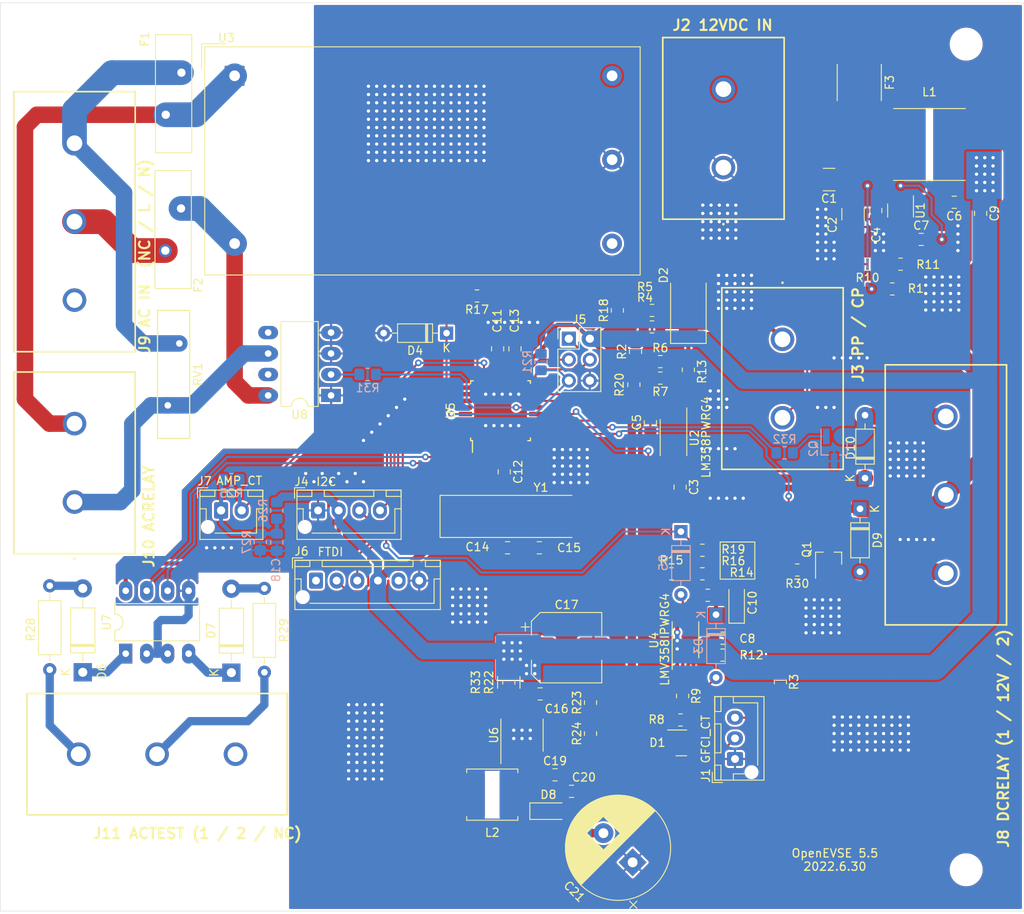
<source format=kicad_pcb>
(kicad_pcb (version 20211014) (generator pcbnew)
  (layers (0 "F.Cu" signal) (31 "B.Cu" signal) (34 "B.Paste" user) (35 "F.Paste" user) (36 "B.SilkS" user "B.Silkscreen") (37 "F.SilkS" user "F.Silkscreen") (38 "B.Mask" user) (39 "F.Mask" user) (44 "Edge.Cuts" user))
  (net 0 "")
  (net 1 "/+12V")
  (net 2 "GND")
  (net 3 "Net-(C10-Pad1)")
  (net 4 "/+5V")
  (net 5 "/-12V")
  (net 7 "Net-(D1-Pad2)")
  (net 8 "/PILOT")
  (net 9 "Net-(D3-Pad2)")
  (net 10 "/PP_READ")
  (net 11 "/GFCI_INT")
  (net 12 "Net-(D5-Pad2)")
  (net 13 "Net-(D6-Pad1)")
  (net 14 "Net-(D6-Pad2)")
  (net 15 "Net-(D7-Pad1)")
  (net 16 "Net-(D7-Pad2)")
  (net 17 "Net-(D8-Pad1)")
  (net 18 "Net-(D9-Pad2)")
  (net 19 "Net-(D10-Pad2)")
  (net 20 "/ACIN2")
  (net 21 "/FUSEN")
  (net 22 "/ACIN1")
  (net 23 "/FUSEL")
  (net 24 "/+12V_IN")
  (net 25 "Net-(J1-Pad3)")
  (net 26 "/PP")
  (net 27 "/MISO")
  (net 28 "/SCK")
  (net 29 "/MOSI")
  (net 30 "/nRST")
  (net 32 "/TX")
  (net 33 "/RX_I")
  (net 35 "Net-(C18-Pad1)")
  (net 36 "/AMP_READ")
  (net 38 "/ACRELAY")
  (net 39 "/ACTEST1")
  (net 40 "/ACTEST2")
  (net 42 "Net-(C7-Pad2)")
  (net 43 "Net-(Q1-Pad1)")
  (net 44 "Net-(Q2-Pad1)")
  (net 45 "Net-(R10-Pad1)")
  (net 46 "Net-(R1-Pad2)")
  (net 47 "Net-(C7-Pad1)")
  (net 48 "Net-(R13-Pad1)")
  (net 49 "Net-(R6-Pad2)")
  (net 50 "/PWM")
  (net 51 "Net-(C8-Pad2)")
  (net 52 "Net-(R14-Pad1)")
  (net 53 "Net-(R15-Pad2)")
  (net 54 "/AC_TEST")
  (net 55 "/AC_TEST_2")
  (net 56 "Net-(C14-Pad2)")
  (net 57 "Net-(C15-Pad2)")
  (net 58 "/DC_RELAY_1")
  (net 59 "/DC_RELAY_2")
  (net 60 "Net-(R20-Pad2)")
  (net 61 "/GFCI_TEST")
  (net 62 "/AC_RELAY_1")
  (net 63 "/ADC6")
  (net 64 "Net-(C11-Pad1)")
  (net 65 "/ADC7")
  (net 66 "/PILOTREAD")
  (net 67 "/ADC3")
  (net 68 "/SDA")
  (net 69 "/SCL")
  (net 70 "Net-(R22-Pad1)")
  (net 71 "Net-(C19-Pad1)")
  (net 72 "Net-(R23-Pad1)")
  (net 74 "Net-(R31-Pad1)")
  (footprint "Multicomp:MC002075" (layer "F.Cu") (at 22 85.46 90)
    (fp_text reference "J10 ACRELAY")
    (fp_text value "AC_RELAY" hide)
  )
  (footprint "Diode_THT:D_DO-35_SOD27_P7.62mm_Horizontal" (layer "F.Cu") (at 117.14 86.28 -90)
    (fp_text reference "D9")
    (fp_text value "1N4148")
  )
  (footprint "Capacitor_SMD:C_0805_2012Metric_Pad1.18x1.45mm_HandSolder" (layer "F.Cu") (at 95.35 83.65 -90)
    (fp_text reference "C3")
    (fp_text value "100nF")
  )
  (footprint "Package_SO:TSSOP-8_4.4x3mm_P0.65mm" (layer "F.Cu") (at 96 102.15 90)
    (fp_text reference "U4")
    (fp_text value "LMV358IPWRG4")
  )
  (footprint "Resistor_SMD:R_0805_2012Metric_Pad1.20x1.40mm_HandSolder" (layer "F.Cu") (at 94.3 94.15)
    (fp_text reference "R15")
    (fp_text value "100k")
  )
  (footprint "Capacitor_SMD:C_0805_2012Metric_Pad1.18x1.45mm_HandSolder" (layer "F.Cu") (at 128.55 49.15 180)
    (fp_text reference "C6")
    (fp_text value "22uF")
  )
  (footprint "Resistor_SMD:R_0805_2012Metric_Pad1.20x1.40mm_HandSolder" (layer "F.Cu") (at 92.95 68.45)
    (fp_text reference "R6")
    (fp_text value "100k")
  )
  (footprint "Capacitor_THT:CP_Radial_D12.5mm_P5.00mm" (layer "F.Cu") (at 89.6 129.1 135)
    (fp_text reference "C21")
    (fp_text value "470uF")
  )
  (footprint "Diode_THT:D_DO-35_SOD27_P7.62mm_Horizontal" (layer "F.Cu") (at 117.75 82.56 90)
    (fp_text reference "D10")
    (fp_text value "1N4148")
  )
  (footprint "Capacitor_SMD:C_1210_3225Metric_Pad1.33x2.70mm_HandSolder" (layer "F.Cu") (at 116.3 50.5875 -90)
    (fp_text reference "C2")
    (fp_text value "10uF")
  )
  (footprint "Resistor_THT:R_Axial_DIN0207_L6.3mm_D2.5mm_P10.16mm_Horizontal" (layer "F.Cu") (at 19 95.6 -90)
    (fp_text reference "R28")
    (fp_text value "200k")
  )
  (footprint "Package_TO_SOT_SMD:SOT-23-6" (layer "F.Cu") (at 122.05 50.15 -90)
    (fp_text reference "U1")
    (fp_text value "TPS565201")
  )
  (footprint "MountingHole:MountingHole_3.5mm" (layer "F.Cu") (at 20 130)
    (fp_text reference "H3")
    (fp_text value "MountingHole")
  )
  (footprint "Connector_JST:JST_XH_B3B-XH-AM_1x03_P2.50mm_Vertical" (layer "F.Cu") (at 102 116.58125 90)
    (fp_text reference "J1")
    (fp_text value "GFCI_CT")
  )
  (footprint "Multicomp:MC002075" (layer "F.Cu") (at 100.6 44.95 90)
    (fp_text reference "J2 12VDC IN")
    (fp_text value "12VDC" hide)
  )
  (footprint "Diode_SMD:D_SOD-123" (layer "F.Cu") (at 79.4 122.9)
    (fp_text reference "D8")
    (fp_text value "1N5819")
  )
  (footprint "Connector_JST:JST_XH_B6B-XH-AM_1x06_P2.50mm_Vertical" (layer "F.Cu") (at 51.25 94.975)
    (fp_text reference "J6")
    (fp_text value "FTDI")
  )
  (footprint "Multicomp:MC002076" (layer "F.Cu") (at 22.5 116)
    (fp_text reference "J11 ACTEST (1 / 2 / NC)")
    (fp_text value "AC_TEST" hide)
  )
  (footprint "Capacitor_SMD:C_0805_2012Metric_Pad1.18x1.45mm_HandSolder" (layer "F.Cu") (at 100.55 101.95 180)
    (fp_text reference "C8")
    (fp_text value "100nF")
  )
  (footprint "Diode_THT:D_DO-41_SOD81_P10.16mm_Horizontal" (layer "F.Cu") (at 23 106.08 90)
    (fp_text reference "D6")
    (fp_text value "1N4004")
  )
  (footprint "Capacitor_SMD:C_0805_2012Metric_Pad1.18x1.45mm_HandSolder" (layer "F.Cu") (at 75.35 66.9 90)
    (fp_text reference "C13")
    (fp_text value "100nF")
  )
  (footprint "Resistor_SMD:R_0805_2012Metric_Pad1.20x1.40mm_HandSolder" (layer "F.Cu") (at 109.54 93.69 180)
    (fp_text reference "R30")
    (fp_text value "330")
  )
  (footprint "Capacitor_SMD:C_0805_2012Metric_Pad1.18x1.45mm_HandSolder" (layer "F.Cu") (at 74.45 91)
    (fp_text reference "C14")
    (fp_text value "22pf")
  )
  (footprint "Connector_PinHeader_2.54mm:PinHeader_2x03_P2.54mm_Vertical" (layer "F.Cu") (at 81.875 65.675)
    (fp_text reference "J5")
    (fp_text value "ISP")
  )
  (footprint "Resistor_SMD:R_0805_2012Metric_Pad1.20x1.40mm_HandSolder" (layer "F.Cu") (at 107.5 107.25 -90)
    (fp_text reference "R3")
    (fp_text value "330")
  )
  (footprint "Capacitor_SMD:C_0805_2012Metric_Pad1.18x1.45mm_HandSolder" (layer "F.Cu") (at 119.05 50.15 -90)
    (fp_text reference "C4")
    (fp_text value "100nF")
  )
  (footprint "Resistor_SMD:R_0805_2012Metric_Pad1.20x1.40mm_HandSolder" (layer "F.Cu") (at 92.95 70.45 180)
    (fp_text reference "R7")
    (fp_text value "100k")
  )
  (footprint "Capacitor_SMD:CP_Elec_8x10" (layer "F.Cu") (at 81.6 103.1)
    (fp_text reference "C17")
    (fp_text value "330uF")
  )
  (footprint "Diode_THT:D_DO-35_SOD27_P7.62mm_Horizontal" (layer "F.Cu") (at 67.06 65 180)
    (fp_text reference "D4")
    (fp_text value "1N4148")
  )
  (footprint "Capacitor_SMD:C_0805_2012Metric_Pad1.18x1.45mm_HandSolder" (layer "F.Cu") (at 73.25 66.9 90)
    (fp_text reference "C11")
    (fp_text value "100nF")
  )
  (footprint "Resistor_SMD:R_0805_2012Metric_Pad1.20x1.40mm_HandSolder" (layer "F.Cu") (at 87.75 62.25 90)
    (fp_text reference "R18")
    (fp_text value "1k")
  )
  (footprint "Resistor_SMD:R_0805_2012Metric_Pad1.20x1.40mm_HandSolder" (layer "F.Cu") (at 89.95 67.25 90)
    (fp_text reference "R2")
    (fp_text value "56k")
  )
  (footprint "Resistor_SMD:R_0805_2012Metric_Pad1.20x1.40mm_HandSolder" (layer "F.Cu") (at 91.95 64.25 180)
    (fp_text reference "R4")
    (fp_text value "200k")
  )
  (footprint "Resistor_SMD:R_0805_2012Metric_Pad1.20x1.40mm_HandSolder" (layer "F.Cu") (at 89.75 71.25 -90)
    (fp_text reference "R20")
    (fp_text value "330")
  )
  (footprint "Resistor_SMD:R_0805_2012Metric_Pad1.20x1.40mm_HandSolder" (layer "F.Cu") (at 84.5 109.75 90)
    (fp_text reference "R23")
    (fp_text value "16k9")
  )
  (footprint "Capacitor_SMD:C_0805_2012Metric_Pad1.18x1.45mm_HandSolder" (layer "F.Cu") (at 78.3 91 180)
    (fp_text reference "C15")
    (fp_text value "22pf")
  )
  (footprint "Resistor_SMD:R_0805_2012Metric_Pad1.20x1.40mm_HandSolder" (layer "F.Cu") (at 121.05 59.65)
    (fp_text reference "R1")
    (fp_text value "10k")
  )
  (footprint "Inductor_SMD:L_Bourns_SRN6045TA" (layer "F.Cu") (at 72.6 120.9 180)
    (fp_text reference "L2")
    (fp_text value "22uH")
  )
  (footprint "Package_TO_SOT_SMD:SOT-23" (layer "F.Cu") (at 95.5 114.63125)
    (fp_text reference "D1")
    (fp_text value "AZ23C5V6-7-F")
  )
  (footprint "Package_DIP:DIP-8_W7.62mm_LongPads" (layer "F.Cu") (at 28.2 103.825 90)
    (fp_text reference "U7")
    (fp_text value "HCPL-2731")
  )
  (footprint "Connector_JST:JST_XH_B2B-XH-AM_1x02_P2.50mm_Vertical" (layer "F.Cu") (at 39.75 86.475)
    (fp_text reference "J7")
    (fp_text value "AMP_CT")
  )
  (footprint "Capacitor_SMD:C_0805_2012Metric_Pad1.18x1.45mm_HandSolder" (layer "F.Cu") (at 91.75 75.85 -90)
    (fp_text reference "C5")
    (fp_text value "100nF")
  )
  (footprint "Fuse:Fuse_2920_7451Metric_Pad2.10x5.45mm_HandSolder" (layer "F.Cu") (at 117.05 34.65 -90)
    (fp_text reference "F3")
    (fp_text value "0ZCF0200FF2C")
  )
  (footprint "Resistor_SMD:R_0805_2012Metric_Pad1.20x1.40mm_HandSolder" (layer "F.Cu") (at 91.95 62.25)
    (fp_text reference "R5")
    (fp_text value "100k")
  )
  (footprint "MountingHole:MountingHole_3.5mm" (layer "F.Cu") (at 130 30)
    (fp_text reference "H2")
    (fp_text value "MountingHole")
  )
  (footprint "Resistor_THT:R_Axial_DIN0207_L6.3mm_D2.5mm_P10.16mm_Horizontal" (layer "F.Cu") (at 45 95.92 -90)
    (fp_text reference "R29")
    (fp_text value "200k")
  )
  (footprint "Capacitor_SMD:C_1210_3225Metric_Pad1.33x2.70mm_HandSolder" (layer "F.Cu") (at 113.4 46.4 180)
    (fp_text reference "C1")
    (fp_text value "10uF")
  )
  (footprint "Resistor_SMD:R_0805_2012Metric_Pad1.20x1.40mm_HandSolder" (layer "F.Cu") (at 95.65 108.95 -90)
    (fp_text reference "R9")
    (fp_text value "1k")
  )
  (footprint "Resistor_SMD:R_0805_2012Metric_Pad1.20x1.40mm_HandSolder" (layer "F.Cu") (at 98.05 91.3)
    (fp_text reference "R19")
    (fp_text value "10k")
  )
  (footprint "Diode_SMD:D_SMB_Handsoldering" (layer "F.Cu") (at 96.35 61.65 90)
    (fp_text reference "D2")
    (fp_text value "P6SMB16CA")
  )
  (footprint "Resistor_SMD:R_0805_2012Metric_Pad1.20x1.40mm_HandSolder" (layer "F.Cu") (at 70.75 60.5 180)
    (fp_text reference "R17")
    (fp_text value "10k")
  )
  (footprint "Varistor:RV_Disc_D15.5mm_W3.9mm_P7.5mm" (layer "F.Cu") (at 33.3 73.75 90)
    (fp_text reference "RV1")
    (fp_text value "V275LA20AP")
  )
  (footprint "Capacitor_Tantalum_SMD:CP_EIA-3216-18_Kemet-A_Pad1.58x1.35mm_HandSolder" (layer "F.Cu") (at 102.2 97.65 90)
    (fp_text reference "C10")
    (fp_text value "10uF")
  )
  (footprint "Resistor_SMD:R_0805_2012Metric_Pad1.20x1.40mm_HandSolder" (layer "F.Cu") (at 98.05 94.15)
    (fp_text reference "R16")
    (fp_text value "20k")
  )
  (footprint "Capacitor_SMD:C_0805_2012Metric_Pad1.18x1.45mm_HandSolder" (layer "F.Cu") (at 80.2 118.5)
    (fp_text reference "C19")
    (fp_text value "2.2nF")
  )
  (footprint "Resistor_SMD:R_0805_2012Metric_Pad1.20x1.40mm_HandSolder" (layer "F.Cu") (at 100.5 104 180)
    (fp_text reference "R12")
    (fp_text value "100k")
  )
  (footprint "Package_QFP:TQFP-32_7x7mm_P0.8mm" (layer "F.Cu") (at 73.6 74.4 90)
    (fp_text reference "U5")
    (fp_text value "ATmega328P-AU")
  )
  (footprint "Inductor_SMD:L_TDK_VLP8040" (layer "F.Cu") (at 125.55 42.15)
    (fp_text reference "L1")
    (fp_text value "3.3uH")
  )
  (footprint "Multicomp:MC002075" (layer "F.Cu") (at 107.75 65.75 -90)
    (fp_text reference "J3 PP / CP")
    (fp_text value "PILOT" hide)
  )
  (footprint "Capacitor_SMD:C_0805_2012Metric_Pad1.18x1.45mm_HandSolder" (layer "F.Cu") (at 78.4 108.7)
    (fp_text reference "C16")
    (fp_text value "100nF")
  )
  (footprint "Crystal:Crystal_SMD_HC49-SD_HandSoldering" (layer "F.Cu") (at 76.35 87.2)
    (fp_text reference "Y1")
    (fp_text value "16MHz")
  )
  (footprint "Capacitor_SMD:C_0805_2012Metric_Pad1.18x1.45mm_HandSolder" (layer "F.Cu") (at 131.75 50.5 -90)
    (fp_text reference "C9")
    (fp_text value "22uF")
  )
  (footprint "Package_TO_SOT_SMD:SOT-23_Handsoldering" (layer "F.Cu") (at 113.34 92.29 90)
    (fp_text reference "Q1")
    (fp_text value "BCX70SMD")
  )
  (footprint "MountingHole:MountingHole_3.5mm" (layer "F.Cu") (at 20 30)
    (fp_text reference "H1")
    (fp_text value "MountingHole")
  )
  (footprint "Resistor_SMD:R_0805_2012Metric_Pad1.20x1.40mm_HandSolder" (layer "F.Cu") (at 98.7 96.75)
    (fp_text reference "R14")
    (fp_text value "100")
  )
  (footprint "Capacitor_SMD:C_0805_2012Metric_Pad1.18x1.45mm_HandSolder" (layer "F.Cu") (at 74.05 81.8 -90)
    (fp_text reference "C12")
    (fp_text value "100nF")
  )
  (footprint "Package_SO:TSSOP-8_4.4x3mm_P0.65mm" (layer "F.Cu") (at 94.55 77.65 -90)
    (fp_text reference "U2")
    (fp_text value "LM358PWRG4")
  )
  (footprint "Fuse:Fuse_BelFuse_0ZRE0055FF_L14.0mm_W4.1mm" (layer "F.Cu") (at 34.95 33.45 -90)
    (fp_text reference "F1")
    (fp_text value "0ZRE0055FF")
  )
  (footprint "Package_DIP:DIP-8_W7.62mm_LongPads" (layer "F.Cu") (at 53.075 72.55 180)
    (fp_text reference "U8")
    (fp_text value "AQH1213")
  )
  (footprint "Resistor_SMD:R_0805_2012Metric_Pad1.20x1.40mm_HandSolder" (layer "F.Cu") (at 84.5 113.5 90)
    (fp_text reference "R24")
    (fp_text value "1k96")
  )
  (footprint "Resistor_SMD:R_1210_3225Metric_Pad1.30x2.65mm_HandSolder" (layer "F.Cu") (at 74.6 107.3 90)
    (fp_text reference "R33")
    (fp_text value "DNP")
  )
  (footprint "MountingHole:MountingHole_3.5mm" (layer "F.Cu") (at 130 130)
    (fp_text reference "H4")
    (fp_text value "MountingHole")
  )
  (footprint "Capacitor_SMD:C_0805_2012Metric_Pad1.18x1.45mm_HandSolder" (layer "F.Cu") (at 124.55 53.65)
    (fp_text reference "C7")
    (fp_text value "100nF")
  )
  (footprint "Package_SO:SOIC-8-1EP_3.9x4.9mm_P1.27mm_EP2.29x3mm" (layer "F.Cu") (at 76.2 113.7 90)
    (fp_text reference "U6")
    (fp_text value "NCP3063")
  )
  (footprint "Resistor_SMD:R_0805_2012Metric_Pad1.20x1.40mm_HandSolder" (layer "F.Cu") (at 122.05 56.65 180)
    (fp_text reference "R11")
    (fp_text value "54.9k")
  )
  (footprint "Fuse:Fuse_BelFuse_0ZRE0055FF_L14.0mm_W4.1mm" (layer "F.Cu") (at 33 55 90)
    (fp_text reference "F2")
    (fp_text value "0ZRE0055FF")
  )
  (footprint "Connector_JST:JST_XH_B4B-XH-AM_1x04_P2.50mm_Vertical" (layer "F.Cu") (at 51.5 86.475)
    (fp_text reference "J4")
    (fp_text value "I2C")
  )
  (footprint "Resistor_SMD:R_0805_2012Metric_Pad1.20x1.40mm_HandSolder" (layer "F.Cu") (at 96.35 69.45 90)
    (fp_text reference "R13")
    (fp_text value "620")
  )
  (footprint "Capacitor_SMD:C_0805_2012Metric_Pad1.18x1.45mm_HandSolder" (layer "F.Cu") (at 82.2 120.5)
    (fp_text reference "C20")
    (fp_text value "100nF")
  )
  (footprint "Diode_THT:D_DO-41_SOD81_P10.16mm_Horizontal" (layer "F.Cu") (at 41 106.12 90)
    (fp_text reference "D7")
    (fp_text value "1N4004")
  )
  (footprint "Resistor_SMD:R_0805_2012Metric_Pad1.20x1.40mm_HandSolder" (layer "F.Cu") (at 118.05 56.65 180)
    (fp_text reference "R10")
    (fp_text value "10k")
  )
  (footprint "Resistor_SMD:R_0805_2012Metric_Pad1.20x1.40mm_HandSolder" (layer "F.Cu") (at 95.4 111.85)
    (fp_text reference "R8")
    (fp_text value "412")
  )
  (footprint "Multicomp:MC002076" (layer "F.Cu") (at 22 42 -90)
    (fp_text reference "J9 AC IN  (NC / L / N)")
    (fp_text value "AC_IN" hide)
  )
  (footprint "Multicomp:MC002076" (layer "F.Cu") (at 127.54 94.09 90)
    (fp_text reference "J8 DCRELAY (1 / 12V / 2)")
    (fp_text value "DC_RELAY" hide)
  )
  (footprint "Converter_ACDC:Converter_ACDC_Recom_RAC20-xxDK_THT" (layer "F.Cu") (at 41.3925 33.8325)
    (fp_text reference "U3")
    (fp_text value "SFS5-12")
  )
  (footprint "Resistor_SMD:R_0805_2012Metric_Pad1.20x1.40mm_HandSolder" (layer "F.Cu") (at 74.6 107.3 90)
    (fp_text reference "R22")
    (fp_text value "0R15")
  )
  (footprint "Resistor_SMD:R_0805_2012Metric_Pad1.20x1.40mm_HandSolder" (layer "B.Cu") (at 44.5 90.29881 -90)
    (fp_text reference "R27")
    (fp_text value "100k")
  )
  (footprint "Diode_THT:D_DO-35_SOD27_P7.62mm_Horizontal" (layer "B.Cu") (at 95.45 89.04 -90)
    (fp_text reference "D5")
    (fp_text value "1N4148")
  )
  (footprint "Resistor_SMD:R_0805_2012Metric_Pad1.20x1.40mm_HandSolder" (layer "B.Cu") (at 41 82.75)
    (fp_text reference "R25")
    (fp_text value "22")
  )
  (footprint "Resistor_SMD:R_0805_2012Metric_Pad1.20x1.40mm_HandSolder" (layer "B.Cu") (at 78.5 68.5 -90)
    (fp_text reference "R21")
    (fp_text value "10k")
  )
  (footprint "Package_TO_SOT_SMD:SOT-23_Handsoldering" (layer "B.Cu") (at 114 79 -90)
    (fp_text reference "Q2")
    (fp_text value "BCX70SMD")
  )
  (footprint "Resistor_SMD:R_0805_2012Metric_Pad1.20x1.40mm_HandSolder" (layer "B.Cu") (at 46.5 86.48631 -90)
    (fp_text reference "R26")
    (fp_text value "100k")
  )
  (footprint "Capacitor_SMD:C_0805_2012Metric_Pad1.18x1.45mm_HandSolder" (layer "B.Cu") (at 46.5 90.33631 -90)
    (fp_text reference "C18")
    (fp_text value "100nF")
  )
  (footprint "Resistor_SMD:R_0805_2012Metric_Pad1.20x1.40mm_HandSolder" (layer "B.Cu") (at 108 79.5 180)
    (fp_text reference "R32")
    (fp_text value "330")
  )
  (footprint "Diode_THT:D_DO-35_SOD27_P7.62mm_Horizontal" (layer "B.Cu") (at 99.7 99.1 -90)
    (fp_text reference "D3")
    (fp_text value "1N4148")
  )
  (footprint "Resistor_SMD:R_0805_2012Metric_Pad1.20x1.40mm_HandSolder" (layer "B.Cu") (at 57.5 70)
    (fp_text reference "R31")
    (fp_text value "330")
  )
  (gr_rect (start 100.2 90.3) (end 104.4 94.8) (layer "F.SilkS") (width 0.12) (fill none))
  (gr_rect (start 13 25) (end 137 135) (layer "Edge.Cuts") (width 0.05) (fill none))
  (gr_text "OpenEVSE 5.5\n2022.6.30" (at 114.1 128.8) (layer "F.SilkS") (effects (font (size 1 1))))
  (segment (start 110.5 41.5) (end 116 41.5) (width 2) (layer "F.Cu") (net 1))
  (segment (start 117.14 83.17) (end 117.75 82.56) (width 2) (layer "F.Cu") (net 1))
  (segment (start 116.25 64.75) (end 108 56.5) (width 2) (layer "F.Cu") (net 1))
  (segment (start 131.75 80.38) (end 131.75 70) (width 2) (layer "F.Cu") (net 1))
  (segment (start 117.14 86.28) (end 117.14 83.17) (width 2) (layer "F.Cu") (net 1))
  (segment (start 127.54 84.59) (end 125.85 86.28) (width 2) (layer "F.Cu") (net 1))
  (segment (start 131.75 70) (end 126.5 64.75) (width 2) (layer "F.Cu") (net 1))
  (segment (start 116 41.5) (end 117.05 40.45) (width 2) (layer "F.Cu") (net 1))
  (segment (start 126.5 64.75) (end 116.25 64.75) (width 2) (layer "F.Cu") (net 1))
  (segment (start 108 44) (end 110.5 41.5) (width 2) (layer "F.Cu") (net 1))
  (segment (start 95.525 82.4375) (end 95.525 80.5125) (width 0.5) (layer "F.Cu") (net 1))
  (segment (start 117.05 40.45) (end 117.05 38.125) (width 2) (layer "F.Cu") (net 1))
  (segment (start 95.35 82.6125) (end 110.1125 82.6125) (width 1) (layer "F.Cu") (net 1))
  (segment (start 113.78 86.28) (end 117.14 86.28) (width 1) (layer "F.Cu") (net 1))
  (segment (start 127.54 84.59) (end 131.75 80.38) (width 2) (layer "F.Cu") (net 1))
  (segment (start 95.35 82.6125) (end 95.525 82.4375) (width 0.5) (layer "F.Cu") (net 1))
  (segment (start 110.1125 82.6125) (end 113.78 86.28) (width 1) (layer "F.Cu") (net 1))
  (segment (start 125.85 86.28) (end 117.14 86.28) (width 2) (layer "F.Cu") (net 1))
  (segment (start 108 56.5) (end 108 44) (width 2) (layer "F.Cu") (net 1))
  (via (at 118.05 47.15) (size 0.8) (drill 0.4) (layers "F.Cu" "B.Cu") (net 1))
  (via (at 118.55 59.65) (size 0.8) (drill 0.4) (layers "F.Cu" "B.Cu") (net 1))
  (segment (start 118.05 59.15) (end 118.05 47.15) (width 0.25) (layer "B.Cu") (net 1))
  (segment (start 118.55 59.65) (end 118.05 59.15) (width 0.25) (layer "B.Cu") (net 1))
  (via (at 82.1 81.1) (size 0.8) (drill 0.4) (layers "F.Cu" "B.Cu") (net 2))
  (via (at 63.6 41.1) (size 0.8) (drill 0.4) (layers "F.Cu" "B.Cu") (net 2))
  (via (at 100 59) (size 0.8) (drill 0.4) (layers "F.Cu" "B.Cu") (net 2))
  (via (at 66.6 36.1) (size 0.8) (drill 0.4) (layers "F.Cu" "B.Cu") (net 2))
  (via (at 68.6 35.1) (size 0.8) (drill 0.4) (layers "F.Cu" "B.Cu") (net 2))
  (via (at 102.1 49.5) (size 0.8) (drill 0.4) (layers "F.Cu" "B.Cu") (net 2))
  (via (at 121 111.5) (size 0.8) (drill 0.4) (layers "F.Cu" "B.Cu") (net 2))
  (via (at 66.6 43.1) (size 0.8) (drill 0.4) (layers "F.Cu" "B.Cu") (net 2))
  (via (at 124.8 79.3) (size 0.8) (drill 0.4) (layers "F.Cu" "B.Cu") (net 2))
  (via (at 75.1 63.7) (size 0.8) (drill 0.4) (layers "F.Cu" "B.Cu") (net 2))
  (via (at 122.8 78.3) (size 0.8) (drill 0.4) (layers "F.Cu" "B.Cu") (net 2))
  (via (at 39 91) (size 0.8) (drill 0.4) (layers "F.Cu" "B.Cu") (net 2))
  (via (at 58.6 41.1) (size 0.8) (drill 0.4) (layers "F.Cu" "B.Cu") (net 2))
  (via (at 100 62) (size 0.8) (drill 0.4) (layers "F.Cu" "B.Cu") (net 2))
  (via (at 59.2 117) (size 0.8) (drill 0.4) (layers "F.Cu" "B.Cu") (net 2))
  (via (at 77.2 114.1) (size 0.8) (drill 0.4) (layers "F.Cu" "B.Cu") (net 2))
  (via (at 123.8 79.3) (size 0.8) (drill 0.4) (layers "F.Cu" "B.Cu") (net 2))
  (via (at 64.6 36.1) (size 0.8) (drill 0.4) (layers "F.Cu" "B.Cu") (net 2))
  (via (at 121.8 80.3) (size 0.8) (drill 0.4) (layers "F.Cu" "B.Cu") (net 2))
  (via (at 56.2 113) (size 0.8) (drill 0.4) (layers "F.Cu" "B.Cu") (net 2))
  (via (at 65.6 38.1) (size 0.8) (drill 0.4) (layers "F.Cu" "B.Cu") (net 2))
  (via (at 55.2 112) (size 0.8) (drill 0.4) (layers "F.Cu" "B.Cu") (net 2))
  (via (at 102 60) (size 0.8) (drill 0.4) (layers "F.Cu" "B.Cu") (net 2))
  (via (at 69.6 43.1) (size 0.8) (drill 0.4) (layers "F.Cu" "B.Cu") (net 2))
  (via (at 67.6 37.1) (size 0.8) (drill 0.4) (layers "F.Cu" "B.Cu") (net 2))
  (via (at 103 60) (size 0.8) (drill 0.4) (layers "F.Cu" "B.Cu") (net 2))
  (via (at 114.6 100.3) (size 0.8) (drill 0.4) (layers "F.Cu" "B.Cu") (net 2))
  (via (at 120.8 79.3) (size 0.8) (drill 0.4) (layers "F.Cu" "B.Cu") (net 2))
  (via (at 114 113.5) (size 0.8) (drill 0.4) (layers "F.Cu" "B.Cu") (net 2))
  (via (at 61.6 36.1) (size 0.8) (drill 0.4) (layers "F.Cu" "B.Cu") (net 2))
  (via (at 121.8 79.3) (size 0.8) (drill 0.4) (layers "F.Cu" "B.Cu") (net 2))
  (via (at 64.6 43.1) (size 0.8) (drill 0.4) (layers "F.Cu" "B.Cu") (net 2))
  (via (at 55.2 117) (size 0.8) (drill 0.4) (layers "F.Cu" "B.Cu") (net 2))
  (via (at 69.6 37.1) (size 0.8) (drill 0.4) (layers "F.Cu" "B.Cu") (net 2))
  (via (at 56 82) (size 0.8) (drill 0.4) (layers "F.Cu" "B.Cu") (net 2))
  (via (at 63.6 44.1) (size 0.8) (drill 0.4) (layers "F.Cu" "B.Cu") (net 2))
  (via (at 55 83) (size 0.8) (drill 0.4) (layers "F.Cu" "B.Cu") (net 2))
  (via (at 101.1 53.5) (size 0.8) (drill 0.4) (layers "F.Cu" "B.Cu") (net 2))
  (via (at 81.1 80.1) (size 0.8) (drill 0.4) (layers "F.Cu" "B.Cu") (net 2))
  (via (at 120.8 80.3) (size 0.8) (drill 0.4) (layers "F.Cu" "B.Cu") (net 2))
  (via (at 51 83) (size 0.8) (drill 0.4) (layers "F.Cu" "B.Cu") (net 2))
  (via (at 80.1 82.1) (size 0.8) (drill 0.4) (layers "F.Cu" "B.Cu") (net 2))
  (via (at 120 113.5) (size 0.8) (drill 0.4) (layers "F.Cu" "B.Cu") (net 2))
  (via (at 84.1 81.1) (size 0.8) (drill 0.4) (layers "F.Cu" "B.Cu") (net 2))
  (via (at 115 115.5) (size 0.8) (drill 0.4) (layers "F.Cu" "B.Cu") (net 2))
  (via (at 80.1 80.1) (size 0.8) (drill 0.4) (layers "F.Cu" "B.Cu") (net 2))
  (via (at 121 113.5) (size 0.8) (drill 0.4) (layers "F.Cu" "B.Cu") (net 2))
  (via (at 59 76) (size 0.8) (drill 0.4) (layers "F.Cu" "B.Cu") (net 2))
  (via (at 98.1 53.5) (size 0.8) (drill 0.4) (layers "F.Cu" "B.Cu") (net 2))
  (via (at 81.1 79.1) (size 0.8) (drill 0.4) (layers "F.Cu" "B.Cu") (net 2))
  (via (at 128.1 59.2) (size 0.8) (drill 0.4) (layers "F.Cu" "B.Cu") (net 2))
  (via (at 68.8 97) (size 0.8) (drill 0.4) (layers "F.Cu" "B.Cu") (net 2))
  (via (at 101 79) (size 0.8) (drill 0.4) (layers "F.Cu" "B.Cu") (net 2))
  (via (at 57.6 43.1) (size 0.8) (drill 0.4) (layers "F.Cu" "B.Cu") (net 2))
  (via (at 69.6 42.1) (size 0.8) (drill 0.4) (layers "F.Cu" "B.Cu") (net 2))
  (via (at 60.6 37.1) (size 0.8) (drill 0.4) (layers "F.Cu" "B.Cu") (net 2))
  (via (at 123 111.5) (size 0.8) (drill 0.4) (layers "F.Cu" "B.Cu") (net 2))
  (via (at 113.6 99.3) (size 0.8) (drill 0.4) (layers "F.Cu" "B.Cu") (net 2))
  (via (at 101 85) (size 0.8) (drill 0.4) (layers "F.Cu" "B.Cu") (net 2))
  (via (at 113 50) (size 0.8) (drill 0.4) (layers "F.Cu" "B.Cu") (net 2))
  (via (at 71.6 42.1) (size 0.8) (drill 0.4) (layers "F.Cu" "B.Cu") (net 2))
  (via (at 70.6 37.1) (size 0.8) (drill 0.4) (layers "F.Cu" "B.Cu") (net 2))
  (via (at 57.6 40.1) (size 0.8) (drill 0.4) (layers "F.Cu" "B.Cu") (net 2))
  (via (at 59.2 113) (size 0.8) (drill 0.4) (layers "F.Cu" "B.Cu") (net 2))
  (via (at 64.6 41.1) (size 0.8) (drill 0.4) (layers "F.Cu" "B.Cu") (net 2))
  (via (at 100.1 49.5) (size 0.8) (drill 0.4) (layers "F.Cu" "B.Cu") (net 2))
  (via (at 114 68) (size 0.8) (drill 0.4) (layers "F.Cu" "B.Cu") (net 2))
  (via (at 122.8 81.3) (size 0.8) (drill 0.4) (layers "F.Cu" "B.Cu") (net 2))
  (via (at 112 53) (size 0.8) (drill 0.4) (layers "F.Cu" "B.Cu") (net 2))
  (via (at 62.6 41.1) (size 0.8) (drill 0.4) (layers "F.Cu" "B.Cu") (net 2))
  (via (at 59.6 36.1) (size 0.8) (drill 0.4) (layers "F.Cu" "B.Cu") (net 2))
  (via (at 41 91) (size 0.8) (drill 0.4) (layers "F.Cu" "B.Cu") (net 2))
  (via (at 114.6 98.3) (size 0.8) (drill 0.4) (layers "F.Cu" "B.Cu") (net 2))
  (via (at 119 112.5) (size 0.8) (drill 0.4) (layers "F.Cu" "B.Cu") (net 2))
  (via (at 55.2 119) (size 0.8) (drill 0.4) (layers "F.Cu" "B.Cu") (net 2))
  (via (at 57.6 35.1) (size 0.8) (drill 0.4) (layers "F.Cu" "B.Cu") (net 2))
  (via (at 114 55) (size 0.8) (drill 0.4) (layers "F.Cu" "B.Cu") (net 2))
  (via (at 101.1 50.5) (size 0.8) (drill 0.4) (layers "F.Cu" "B.Cu") (net 2))
  (via (at 59.6 39.1) (size 0.8) (drill 0.4) (layers "F.Cu" "B.Cu") (net 2))
  (via (at 75.2 114.1) (size 0.8) (drill 0.4) (layers "F.Cu" "B.Cu") (net 2))
  (via (at 63.6 36.1) (size 0.8) (drill 0.4) (layers "F.Cu" "B.Cu") (net 2))
  (via (at 67.6 44.1) (size 0.8) (drill 0.4) (layers "F.Cu" "B.Cu") (net 2))
  (via (at 129.1 62.2) (size 0.8) (drill 0.4) (layers "F.Cu" "B.Cu") (net 2))
  (via (at 63.6 42.1) (size 0.8) (drill 0.4) (layers "F.Cu" "B.Cu") (net 2))
  (via (at 66.6 42.1) (size 0.8) (drill 0.4) (layers "F.Cu" "B.Cu") (net 2))
  (via (at 58.6 40.1) (size 0.8) (drill 0.4) (layers "F.Cu" "B.Cu") (net 2))
  (via (at 62.6 39.1) (size 0.8) (drill 0.4) (layers "F.Cu" "B.Cu") (net 2))
  (via (at 123 113.5) (size 0.8) (drill 0.4) (layers "F.Cu" "B.Cu") (net 2))
  (via (at 114.6 101.3) (size 0.8) (drill 0.4) (layers "F.Cu" "B.Cu") (net 2))
  (via (at 56.2 115) (size 0.8) (drill 0.4) (layers "F.Cu" "B.Cu") (net 2))
  (via (at 84.1 83.1) (size 0.8) (drill 0.4) (layers "F.Cu" "B.Cu") (net 2))
  (via (at 71.6 35.1) (size 0.8) (drill 0.4) (layers "F.Cu" "B.Cu") (net 2))
  (via (at 59.2 115) (size 0.8) (drill 0.4) (layers "F.Cu" "B.Cu") (net 2))
  (via (at 125.1 58.2) (size 0.8) (drill 0.4) (layers "F.Cu" "B.Cu") (net 2))
  (via (at 126.1 58.2) (size 0.8) (drill 0.4) (layers "F.Cu" "B.Cu") (net 2))
  (via (at 116 113.5) (size 0.8) (drill 0.4) (layers "F.Cu" "B.Cu") (net 2))
  (via (at 57.2 112) (size 0.8) (drill 0.4) (layers "F.Cu" "B.Cu") (net 2))
  (via (at 126.1 61.2) (size 0.8) (drill 0.4) (layers "F.Cu" "B.Cu") (net 2))
  (via (at 103 62) (size 0.8) (drill 0.4) (layers "F.Cu" "B.Cu") (net 2))
  (via (at 71.8 72.4) (size 0.8) (drill 0.4) (layers "F.Cu" "B.Cu") (net 2))
  (via (at 102 62) (size 0.8) (drill 0.4) (layers "F.Cu" "B.Cu") (net 2))
  (via (at 113 51) (size 0.8) (drill 0.4) (layers "F.Cu" "B.Cu") (net 2))
  (via (at 60.6 38.1) (size 0.8) (drill 0.4) (layers "F.Cu" "B.Cu") (net 2))
  (via (at 58.2 115) (size 0.8) (drill 0.4) (layers "F.Cu" "B.Cu") (net 2))
  (via (at 100 74) (size 0.8) (drill 0.4) (layers "F.Cu" "B.Cu") (net 2))
  (via (at 61 74) (size 0.8) (drill 0.4) (layers "F.Cu" "B.Cu") (net 2))
  (via (at 57.2 113) (size 0.8) (drill 0.4) (layers "F.Cu" "B.Cu") (net 2))
  (via (at 110.6 101.3) (size 0.8) (drill 0.4) (layers "F.Cu" "B.Cu") (net 2))
  (via (at 112.6 101.3) (size 0.8) (drill 0.4) (layers "F.Cu" "B.Cu") (net 2))
  (via (at 122 115.5) (size 0.8) (drill 0.4) (layers "F.Cu" "B.Cu") (net 2))
  (via (at 122.8 79.3) (size 0.8) (drill 0.4) (layers "F.Cu" "B.Cu") (net 2))
  (via (at 56.2 112) (size 0.8) (drill 0.4) (layers "F.Cu" "B.Cu") (net 2))
  (via (at 99.1 51.5) (size 0.8) (drill 0.4) (layers "F.Cu" "B.Cu") (net 2))
  (via (at 57.6 38.1) (size 0.8) (drill 0.4) (layers "F.Cu" "B.Cu") (net 2))
  (via (at 68.8 99) (size 0.8) (drill 0.4) (layers "F.Cu" "B.Cu") (net 2))
  (via (at 102 59) (size 0.8) (drill 0.4) (layers "F.Cu" "B.Cu") (net 2))
  (via (at 64.6 40.1) (size 0.8) (drill 0.4) (layers "F.Cu" "B.Cu") (net 2))
  (via (at 69.6 35.1) (size 0.8) (drill 0.4) (layers "F.Cu" "B.Cu") (net 2))
  (via (at 113.6 98.3) (size 0.8) (drill 0.4) (layers "F.Cu" "B.Cu") (net 2))
  (via (at 127.1 61.2) (size 0.8) (drill 0.4) (layers "F.Cu" "B.Cu") (net 2))
  (via (at 84.1 82.1) (size 0.8) (drill 0.4) (layers "F.Cu" "B.Cu") (net 2))
  (via (at 71.6 36.1) (size 0.8) (drill 0.4) (layers "F.Cu" "B.Cu") (net 2))
  (via (at 80.1 79.1) (size 0.8) (drill 0.4) (layers "F.Cu" "B.Cu") (net 2))
  (via (at 119 113.5) (size 0.8) (drill 0.4) (layers "F.Cu" "B.Cu") (net 2))
  (via (at 121 112.5) (size 0.8) (drill 0.4) (layers "F.Cu" "B.Cu") (net 2))
  (via (at 128.1 58.2) (size 0.8) (drill 0.4) (layers "F.Cu" "B.Cu") (net 2))
  (via (at 118 115.5) (size 0.8) (drill 0.4) (layers "F.Cu" "B.Cu") (net 2))
  (via (at 121.8 78.3) (size 0.8) (drill 0.4) (layers "F.Cu" "B.Cu") (net 2))
  (via (at 116 114.5) (size 0.8) (drill 0.4) (layers "F.Cu" "B.Cu") (net 2))
  (via (at 60.6 36.1) (size 0.8) (drill 0.4) (layers "F.Cu" "B.Cu") (net 2))
  (via (at 129.1 61.2) (size 0.8) (drill 0.4) (layers "F.Cu" "B.Cu") (net 2))
  (via (at 104 58) (size 0.8) (drill 0.4) (layers "F.Cu" "B.Cu") (net 2))
  (via (at 129 52) (size 0.8) (drill 0.4) (layers "F.Cu" "B.Cu") (net 2))
  (via (at 71.6 41.1) (size 0.8) (drill 0.4) (layers "F.Cu" "B.Cu") (net 2))
  (via (at 59.2 114) (size 0.8) (drill 0.4) (layers "F.Cu" "B.Cu") (net 2))
  (via (at 129.1 60.2) (size 0.8) (drill 0.4) (layers "F.Cu" "B.Cu") (net 2))
  (via (at 64.6 42.1) (size 0.8) (drill 0.4) (layers "F.Cu" "B.Cu") (net 2))
  (via (at 112.6 100.3) (size 0.8) (drill 0.4) (layers "F.Cu" "B.Cu") (net 2))
  (via (at 40 91) (size 0.8) (drill 0.4) (layers "F.Cu" "B.Cu") (net 2))
  (via (at 98.1 50.5) (size 0.8) (drill 0.4) (layers "F.Cu" "B.Cu") (net 2))
  (via (at 68.8 96) (size 0.8) (drill 0.4) (layers "F.Cu" "B.Cu") (net 2))
  (via (at 114 56) (size 0.8) (drill 0.4) (layers "F.Cu" "B.Cu") (net 2))
  (via (at 73.1 63.7) (size 0.8) (drill 0.4) (layers "F.Cu" "B.Cu") (net 2))
  (via (at 58.6 43.1) (size 0.8) (drill 0.4) (layers "F.Cu" "B.Cu") (net 2))
  (via (at 62.6 37.1) (size 0.8) (drill 0.4) (layers "F.Cu" "B.Cu") (net 2))
  (via (at 69.6 40.1) (size 0.8) (drill 0.4) (layers "F.Cu" "B.Cu") (net 2))
  (via (at 69.8 100) (size 0.8) (drill 0.4) (layers "F.Cu" "B.Cu") (net 2))
  (via (at 64.6 38.1) (size 0.8) (drill 0.4) (layers "F.Cu" "B.Cu") (net 2))
  (via (at 99 73) (size 0.8) (drill 0.4) (layers "F.Cu" "B.Cu") (net 2))
  (via (at 71.8 100) (size 0.8) (drill 0.4) (layers "F.Cu" "B.Cu") (net 2))
  (via (at 70.6 44.1) (size 0.8) (drill 0.4) (layers "F.Cu" "B.Cu") (net 2))
  (via (at 99 85) (size 0.8) (drill 0.4) (layers "F.Cu" "B.Cu") (net 2))
  (via (at 123.8 82.3) (size 0.8) (drill 0.4) (layers "F.Cu" "B.Cu") (net 2))
  (via (at 112 74) (size 0.8) (drill 0.4) (layers "F.Cu" "B.Cu") (net 2))
  (via (at 59.6 35.1) (size 0.8) (drill 0.4) (layers "F.Cu" "B.Cu") (net 2))
  (via (at 100 72) (size 0.8) (drill 0.4) (layers "F.Cu" "B.Cu") (net 2))
  (via (at 68.8 98) (size 0.8) (drill 0.4) (layers "F.Cu" "B.Cu") (net 2))
  (via (at 59.2 112) (size 0.8) (drill 0.4) (layers "F.Cu" "B.Cu") (net 2))
  (via (at 69.8 99) (size 0.8) (drill 0.4) (layers "F.Cu" "B.Cu") (net 2))
  (via (at 125.1 61.2) (size 0.8) (drill 0.4) (layers "F.Cu" "B.Cu") (net 2))
  (via (at 84.1 79.1) (size 0.8) (drill 0.4) (layers "F.Cu" "B.Cu") (net 2))
  (via (at 70.8 100) (size 0.8) (drill 0.4) (layers "F.Cu" "B.Cu") (net 2))
  (via (at 123 114.5) (size 0.8) (drill 0.4) (layers "F.Cu" "B.Cu") (net 2))
  (via (at 57.6 42.1) (size 0.8) (drill 0.4) (layers "F.Cu" "B.Cu") (net 2))
  (via (at 78.1 63.7) (size 0.8) (drill 0.4) (layers "F.Cu" "B.Cu") (net 2))
  (via (at 70.8 97) (size 0.8) (drill 0.4) (layers "F.Cu" "B.Cu") (net 2))
  (via (at 59.6 41.1) (size 0.8) (drill 0.4) (layers "F.Cu" "B.Cu") (net 2))
  (via (at 100.1 50.5) (size 0.8) (drill 0.4) (layers "F.Cu" "B.Cu") (net 2))
  (via (at 114 115.5) (size 0.8) (drill 0.4) (layers "F.Cu" "B.Cu") (net 2))
  (via (at 68.6 44.1) (size 0.8) (drill 0.4) (layers "F.Cu" "B.Cu") (net 2))
  (via (at 75.2 113.1) (size 0.8) (drill 0.4) (layers "F.Cu" "B.Cu") (net 2))
  (via (at 80.1 81.1) (size 0.8) (drill 0.4) (layers "F.Cu" "B.Cu") (net 2))
  (via (at 65.6 44.1) (size 0.8) (drill 0.4) (layers "F.Cu" "B.Cu") (net 2))
  (via (at 58.2 117) (size 0.8) (drill 0.4) (layers "F.Cu" "B.Cu") (net 2))
  (via (at 113 74) (size 0.8) (drill 0.4) (layers "F.Cu" "B.Cu") (net 2))
  (via (at 101.1 52.5) (size 0.8) (drill 0.4) (layers "F.Cu" "B.Cu") (net 2))
  (via (at 71.6 40.1) (size 0.8) (drill 0.4) (layers "F.Cu" "B.Cu") (net 2))
  (via (at 66.6 38.1) (size 0.8) (drill 0.4) (layers "F.Cu" "B.Cu") (net 2))
  (via (at 77.1 63.7) (size 0.8) (drill 0.4) (layers "F.Cu" "B.Cu") (net 2))
  (via (at 73.8 72.4) (size 0.8) (drill 0.4) (layers "F.Cu" "B.Cu") (net 2))
  (via (at 120 111.5) (size 0.8) (drill 0.4) (layers "F.Cu" "B.Cu") (net 2))
  (via (at 112 55) (size 0.8) (drill 0.4) (layers "F.Cu" "B.Cu") (net 2))
  (via (at 65.6 37.1) (size 0.8) (drill 0.4) (layers "F.Cu" "B.Cu") (net 2))
  (via (at 55.2 114) (size 0.8) (drill 0.4) (layers "F.Cu" "B.Cu") (net 2))
  (via (at 69.8 96) (size 0.8) (drill 0.4) (layers "F.Cu" "B.Cu") (net 2))
  (via (at 81.1 81.1) (size 0.8) (drill 0.4) (layers "F.Cu" "B.Cu") (net 2))
  (via (at 120 55) (size 0.8) (drill 0.4) (layers "F.Cu" "B.Cu") (net 2))
  (via (at 70.8 96) (size 0.8) (drill 0.4) (layers "F.Cu" "B.Cu") (net 2))
  (via (at 68.6 42.1) (size 0.8) (drill 0.4) (layers "F.Cu" "B.Cu") (net 2))
  (via (at 113.6 97.3) (size 0.8) (drill 0.4) (layers "F.Cu" "B.Cu") (net 2))
  (via (at 62.6 36.1) (size 0.8) (drill 0.4) (layers "F.Cu" "B.Cu") (net 2))
  (via (at 99.1 50.5) (size 0.8) (drill 0.4) (layers "F.Cu" "B.Cu") (net 2))
  (via (at 114 74) (size 0.8) (drill 0.4) (layers "F.Cu" "B.Cu") (net 2))
  (via (at 120.8 78.3) (size 0.8) (drill 0.4) (layers "F.Cu" "B.Cu") (net 2))
  (via (at 59.2 119) (size 0.8) (drill 0.4) (layers "F.Cu" "B.Cu") (net 2))
  (via (at 77.2 113.1) (size 0.8) (drill 0.4) (layers "F.Cu" "B.Cu") (net 2))
  (via (at 64.6 35.1) (size 0.8) (drill 0.4) (layers "F.Cu" "B.Cu") (net 2))
  (via (at 122.8 80.3) (size 0.8) (drill 0.4) (layers "F.Cu" "B.Cu") (net 2))
  (via (at 101.1 49.5) (size 0.8) (drill 0.4) (layers "F.Cu" "B.Cu") (net 2))
  (via (at 100 79) (size 0.8) (drill 0.4) (layers "F.Cu" "B.Cu") (net 2))
  (via (at 115 112.5) (size 0.8) (drill 0.4) (layers "F.Cu" "B.Cu") (net 2))
  (via (at 66.6 37.1) (size 0.8) (drill 0.4) (layers "F.Cu" "B.Cu") (net 2))
  (via (at 125.1 60.2) (size 0.8) (drill 0.4) (layers "F.Cu" "B.Cu") (net 2))
  (via (at 114 114.5) (size 0.8) (drill 0.4) (layers "F.Cu" "B.Cu") (net 2))
  (via (at 71.6 38.1) (size 0.8) (drill 0.4) (layers "F.Cu" "B.Cu") (net 2))
  (via (at 129 55) (size 0.8) (drill 0.4) (layers "F.Cu" "B.Cu") (net 2))
  (via (at 111.6 100.3) (size 0.8) (drill 0.4) (layers "F.Cu" "B.Cu") (net 2))
  (via (at 100 61) (size 0.8) (drill 0.4) (layers "F.Cu" "B.Cu") (net 2))
  (via (at 126.1 59.2) (size 0.8) (drill 0.4) (layers "F.Cu" "B.Cu") (net 2))
  (via (at 120 114.5) (size 0.8) (drill 0.4) (layers "F.Cu" "B.Cu") (net 2))
  (via (at 111.6 99.3) (size 0.8) (drill 0.4) (layers "F.Cu" "B.Cu") (net 2))
  (via (at 111.6 101.3) (size 0.8) (drill 0.4) (layers "F.Cu" "B.Cu") (net 2))
  (via (at 62 73) (size 0.8) (drill 0.4) (layers "F.Cu" "B.Cu") (net 2))
  (via (at 59.2 111) (size 0.8) (drill 0.4) (layers "F.Cu" "B.Cu") (net 2))
  (via (at 71.6 39.1) (size 0.8) (drill 0.4) (layers "F.Cu" "B.Cu") (net 2))
  (via (at 59.2 110) (size 0.8) (drill 0.4) (layers "F.Cu" "B.Cu") (net 2))
  (via (at 70.6 38.1) (size 0.8) (drill 0.4) (layers "F.Cu" "B.Cu") (net 2))
  (via (at 65.6 39.1) (size 0.8) (drill 0.4) (layers "F.Cu" "B.Cu") (net 2))
  (via (at 69.8 98) (size 0.8) (drill 0.4) (layers "F.Cu" "B.Cu") (net 2))
  (via (at 100 58) (size 0.8) (drill 0.4) (layers "F.Cu" "B.Cu") (net 2))
  (via (at 68.6 40.1) (size 0.8) (drill 0.4) (layers "F.Cu" "B.Cu") (net 2))
  (via (at 50 82) (size 0.8) (drill 0.4) (layers "F.Cu" "B.Cu") (net 2))
  (via (at 69.6 44.1) (size 0.8) (drill 0.4) (layers "F.Cu" "B.Cu") (net 2))
  (via (at 102 79) (size 0.8) (drill 0.4) (layers "F.Cu" "B.Cu") (net 2))
  (via (at 57.6 39.1) (size 0.8) (drill 0.4) (layers "F.Cu" "B.Cu") (net 2))
  (via (at 112 56) (size 0.8) (drill 0.4) (layers "F.Cu" "B.Cu") (net 2))
  (via (at 128.1 61.2) (size 0.8) (drill 0.4) (layers "F.Cu" "B.Cu") (net 2))
  (via (at 63.6 35.1) (size 0.8) (drill 0.4) (layers "F.Cu" "B.Cu") (net 2))
  (via (at 114 112.5) (size 0.8) (drill 0.4) (layers "F.Cu" "B.Cu") (net 2))
  (via (at 58.2 119) (size 0.8) (drill 0.4) (layers "F.Cu" "B.Cu") (net 2))
  (via (at 123 115.5) (size 0.8) (drill 0.4) (layers "F.Cu" "B.Cu") (net 2))
  (via (at 123.8 80.3) (size 0.8) (drill 0.4) (layers "F.Cu" "B.Cu") (net 2))
  (via (at 69.8 97) (size 0.8) (drill 0.4) (layers "F.Cu" "B.Cu") (net 2))
  (via (at 57.2 117) (size 0.8) (drill 0.4) (layers "F.Cu" "B.Cu") (net 2))
  (via (at 122 90) (size 0.8) (drill 0.4) (layers "F.Cu" "B.Cu") (net 2))
  (via (at 67.6 36.1) (size 0.8) (drill 0.4) (layers "F.Cu" "B.Cu") (net 2))
  (via (at 76.2 114.1) (size 0.8) (drill 0.4) (layers "F.Cu" "B.Cu") (net 2))
  (via (at 67.6 35.1) (size 0.8) (drill 0.4) (layers "F.Cu" "B.Cu") (net 2))
  (via (at 58.6 37.1) (size 0.8) (drill 0.4) (layers "F.Cu" "B.Cu") (net 2))
  (via (at 70.6 40.1) (size 0.8) (drill 0.4) (layers "F.Cu" "B.Cu") (net 2))
  (via (at 102 85) (size 0.8) (drill 0.4) (layers "F.Cu" "B.Cu") (net 2))
  (via (at 82.1 79.1) (size 0.8) (drill 0.4) (layers "F.Cu" "B.Cu") (net 2))
  (via (at 60.6 39.1) (size 0.8) (drill 0.4) (layers "F.Cu" "B.Cu") (net 2))
  (via (at 82.1 83.1) (size 0.8) (drill 0.4) (layers "F.Cu" "B.Cu") (net 2))
  (via (at 122 111.5) (size 0.8) (drill 0.4) (layers "F.Cu" "B.Cu") (net 2))
  (via (at 112 52) (size 0.8) (drill 0.4) (layers "F.Cu" "B.Cu") (net 2))
  (via (at 70.6 43.1) (size 0.8) (drill 0.4) (layers "F.Cu" "B.Cu") (net 2))
  (via (at 56.2 117) (size 0.8) (drill 0.4) (layers "F.Cu" "B.Cu") (net 2))
  (via (at 60.6 41.1) (size 0.8) (drill 0.4) (layers "F.Cu" "B.Cu") (net 2))
  (via (at 119 115.5) (size 0.8) (drill 0.4) (layers "F.Cu" "B.Cu") (net 2))
  (via (at 99.1 49.5) (size 0.8) (drill 0.4) (layers "F.Cu" "B.Cu") (net 2))
  (via (at 71.8 97) (size 0.8) (drill 0.4) (layers "F.Cu" "B.Cu") (net 2))
  (via (at 111.6 98.3) (size 0.8) (drill 0.4) (layers "F.Cu" "B.Cu") (net 2))
  (via (at 99 74) (size 0.8) (drill 0.4) (layers "F.Cu" "B.Cu") (net 2))
  (via (at 116 115.5) (size 0.8) (drill 0.4) (layers "F.Cu" "B.Cu") (net 2))
  (via (at 65.6 41.1) (size 0.8) (drill 0.4) (layers "F.Cu" "B.Cu") (net 2))
  (via (at 128.1 62.2) (size 0.8) (drill 0.4) (layers "F.Cu" "B.Cu") (net 2))
  (via (at 61.6 37.1) (size 0.8) (drill 0.4) (layers "F.Cu" "B.Cu") (net 2))
  (via (at 112 54) (size 0.8) (drill 0.4) (layers "F.Cu" "B.Cu") (net 2))
  (via (at 56.2 119) (size 0.8) (drill 0.4) (layers "F.Cu" "B.Cu") (net 2))
  (via (at 119 55) (size 0.8) (drill 0.4) (layers "F.Cu" "B.Cu") (net 2))
  (via (at 71.6 44.1) (size 0.8) (drill 0.4) (layers "F.Cu" "B.Cu") (net 2))
  (via (at 70.6 39.1) (size 0.8) (drill 0.4) (layers "F.Cu" "B.Cu") (net 2))
  (via (at 128.1 60.2) (size 0.8) (drill 0.4) (layers "F.Cu" "B.Cu") (net 2))
  (via (at 99 72) (size 0.8) (drill 0.4) (layers "F.Cu" "B.Cu") (net 2))
  (via (at 68.6 41.1) (size 0.8) (drill 0.4) (layers "F.Cu" "B.Cu") (net 2))
  (via (at 58.6 44.1) (size 0.8) (drill 0.4) (layers "F.Cu" "B.Cu") (net 2))
  (via (at 57.2 111) (size 0.8) (drill 0.4) (layers "F.Cu" "B.Cu") (net 2))
  (via (at 104 61) (size 0.8) (drill 0.4) (layers "F.Cu" "B.Cu") (net 2))
  (via (at 123 112.5) (size 0.8) (drill 0.4) (layers "F.Cu" "B.Cu") (net 2))
  (via (at 60.6 42.1) (size 0.8) (drill 0.4) (layers "F.Cu" "B.Cu") (net 2))
  (via (at 70.8 99) (size 0.8) (drill 0.4) (layers "F.Cu" "B.Cu") (net 2))
  (via (at 71.8 76.2) (size 0.8) (drill 0.4) (layers "F.Cu" "B.Cu") (net 2))
  (via (at 61.6 35.1) (size 0.8) (drill 0.4) (layers "F.Cu" "B.Cu") (net 2))
  (via (at 58.2 112) (size 0.8) (drill 0.4) (layers "F.Cu" "B.Cu") (net 2))
  (via (at 115 68) (size 0.8) (drill 0.4) (layers "F.Cu" "B.Cu") (net 2))
  (via (at 100.1 52.5) (size 0.8) (drill 0.4) (layers "F.Cu" "B.Cu") (net 2))
  (via (at 57.2 116) (size 0.8) (drill 0.4) (layers "F.Cu" "B.Cu") (net 2))
  (via (at 57.6 36.1) (size 0.8) (drill 0.4) (layers "F.Cu" "B.Cu") (net 2))
  (via (at 115 114.5) (size 0.8) (drill 0.4) (layers "F.Cu" "B.Cu") (net 2))
  (via (at 67.6 41.1) (size 0.8) (drill 0.4) (layers "F.Cu" "B.Cu") (net 2))
  (via (at 58 77) (size 0.8) (drill 0.4) (layers "F.Cu" "B.Cu") (net 2))
  (via (at 58.6 42.1) (size 0.8) (drill 0.4) (layers "F.Cu" "B.Cu") (net 2))
  (via (at 62.6 40.1) (size 0.8) (drill 0.4) (layers "F.Cu" "B.Cu") (net 2))
  (via (at 68.6 38.1) (size 0.8) (drill 0.4) (layers "F.Cu" "B.Cu") (net 2))
  (via (at 113 54) (size 0.8) (drill 0.4) (layers "F.Cu" "B.Cu") (net 2))
  (via (at 120 115.5) (size 0.8) (drill 0.4) (layers "F.Cu" "B.Cu") (net 2))
  (via (at 102 58) (size 0.8) (drill 0.4) (layers "F.Cu" "B.Cu") (net 2))
  (via (at 122 113.5) (size 0.8) (drill 0.4) (layers "F.Cu" "B.Cu") (net 2))
  (via (at 68.6 37.1) (size 0.8) (drill 0.4) (layers "F.Cu" "B.Cu") (net 2))
  (via (at 74.8 76.2) (size 0.8) (drill 0.4) (layers "F.Cu" "B.Cu") (net 2))
  (via (at 102 61) (size 0.8) (drill 0.4) (layers "F.Cu" "B.Cu") (net 2))
  (via (at 121.8 81.3) (size 0.8) (drill 0.4) (layers "F.Cu" "B.Cu") (net 2))
  (via (at 58.6 36.1) (size 0.8) (drill 0.4) (layers "F.Cu" "B.Cu") (net 2))
  (via (at 103 59) (size 0.8) (drill 0.4) (layers "F.Cu" "B.Cu") (net 2))
  (via (at 124.8 80.3) (size 0.8) (drill 0.4) (layers "F.Cu" "B.Cu") (net 2))
  (via (at 56.2 114) (size 0.8) (drill 0.4) (layers "F.Cu" "B.Cu") (net 2))
  (via (at 75.8 76.2) (size 0.8) (drill 0.4) (layers "F.Cu" "B.Cu") (net 2))
  (via (at 57 78) (size 0.8) (drill 0.4) (layers "F.Cu" "B.Cu") (net 2))
  (via (at 60.6 40.1) (size 0.8) (drill 0.4) (layers "F.Cu" "B.Cu") (net 2))
  (via (at 68.6 36.1) (size 0.8) (drill 0.4) (layers "F.Cu" "B.Cu") (net 2))
  (via (at 65.6 36.1) (size 0.8) (drill 0.4) (layers "F.Cu" "B.Cu") (net 2))
  (via (at 63.6 43.1) (size 0.8) (drill 0.4) (layers "F.Cu" "B.Cu") (net 2))
  (via (at 61.6 44.1) (size 0.8) (drill 0.4) (layers "F.Cu" "B.Cu") (net 2))
  (via (at 55.2 118) (size 0.8) (drill 0.4) (layers "F.Cu" "B.Cu") (net 2))
  (via (at 112 50) (size 0.8) (drill 0.4) (layers "F.Cu" "B.Cu") (net 2))
  (via (at 62.6 43.1) (size 0.8) (drill 0.4) (layers "F.Cu" "B.Cu") (net 2))
  (via (at 113 56) (size 0.8) (drill 0.4) (layers "F.Cu" "B.Cu") (net 2))
  (via (at 98.1 52.5) (size 0.8) (drill 0.4) (layers "F.Cu" "B.Cu") (net 2))
  (via (at 119 53) (size 0.8) (drill 0.4) (layers "F.Cu" "B.Cu") (net 2))
  (via (at 58.6 35.1) (size 0.8) (drill 0.4) (layers "F.Cu" "B.Cu") (net 2))
  (via (at 72.8 72.4) (size 0.8) (drill 0.4) (layers "F.Cu" "B.Cu") (net 2))
  (via (at 58.2 116) (size 0.8) (drill 0.4) (layers "F.Cu" "B.Cu") (net 2))
  (via (at 83.1 79.1) (size 0.8) (drill 0.4) (layers "F.Cu" "B.Cu") (net 2))
  (via (at 114 111.5) (size 0.8) (drill 0.4) (layers "F.Cu" "B.Cu") (net 2))
  (via (at 127.1 59.2) (size 0.8) (drill 0.4) (layers "F.Cu" "B.Cu") (net 2))
  (via (at 83.1 80.1) (size 0.8) (drill 0.4) (layers "F.Cu" "B.Cu") (net 2))
  (via (at 68.6 39.1) (size 0.8) (drill 0.4) (layers "F.Cu" "B.Cu") (net 2))
  (via (at 54 82) (size 0.8) (drill 0.4) (layers "F.Cu" "B.Cu") (net 2))
  (via (at 115 113.5) (size 0.8) (drill 0.4) (layers "F.Cu" "B.Cu") (net 2))
  (via (at 63.6 39.1) (size 0.8) (drill 0.4) (layers "F.Cu" "B.Cu") (net 2))
  (via (at 67.6 42.1) (size 0.8) (drill 0.4) (layers "F.Cu" "B.Cu") (net 2))
  (via (at 72.8 76.2) (size 0.8) (drill 0.4) (layers "F.Cu" "B.Cu") (net 2))
  (via (at 127.1 60.2) (size 0.8) (drill 0.4) (layers "F.Cu" "B.Cu") (net 2))
  (via (at 112.6 99.3) (size 0.8) (drill 0.4) (layers "F.Cu" "B.Cu") (net 2))
  (via (at 59.6 38.1) (size 0.8) (drill 0.4) (layers "F.Cu" "B.Cu") (net 2))
  (via (at 99.1 53.5) (size 0.8) (drill 0.4) (layers "F.Cu" "B.Cu") (net 2))
  (via (at 58.6 39.1) (size 0.8) (drill 0.4) (layers "F.Cu" "B.Cu") (net 2))
  (via (at 71.8 99) (size 0.8) (drill 0.4) (layers "F.Cu" "B.Cu") (net 2))
  (via (at 102.1 53.5) (size 0.8) (drill 0.4) (layers "F.Cu" "B.Cu") (net 2))
  (via (at 81.1 83.1) (size 0.8) (drill 0.4) (layers "F.Cu" "B.Cu") (net 2))
  (via (at 60.6 35.1) (size 0.8) (drill 0.4) (layers "F.Cu" "B.Cu") (net 2))
  (via (at 57.2 118) (size 0.8) (drill 0.4) (layers "F.Cu" "B.Cu") (net 2))
  (via (at 121 115.5) (size 0.8) (drill 0.4) (layers "F.Cu" "B.Cu") (net 2))
  (via (at 114.6 97.3) (size 0.8) (drill 0.4) (layers "F.Cu" "B.Cu") (net 2))
  (via (at 62.6 38.1) (size 0.8) (drill 0.4) (layers "F.Cu" "B.Cu") (net 2))
  (via (at 117 113.5) (size 0.8) (drill 0.4) (layers "F.Cu" "B.Cu") (net 2))
  (via (at 66.6 41.1) (size 0.8) (drill 0.4) (layers "F.Cu" "B.Cu") (net 2))
  (via (at 126.1 60.2) (size 0.8) (drill 0.4) (layers "F.Cu" "B.Cu") (net 2))
  (via (at 68.8 100) (size 0.8) (drill 0.4) (layers "F.Cu" "B.Cu") (net 2))
  (via (at 100.1 53.5) (size 0.8) (drill 0.4) (layers "F.Cu" "B.Cu") (net 2))
  (via (at 113 53) (size 0.8) (drill 0.4) (layers "F.Cu" "B.Cu") (net 2))
  (via (at 101 61) (size 0.8) (drill 0.4) (layers "F.Cu" "B.Cu") (net 2))
  (via (at 67.6 38.1) (size 0.8) (drill 0.4) (layers "F.Cu" "B.Cu") (net 2))
  (via (at 119 54) (size 0.8) (drill 0.4) (layers "F.Cu" "B.Cu") (net 2))
  (via (at 67.8 100) (size 0.8) (drill 0.4) (layers "F.Cu" "B.Cu") (net 2))
  (via (at 56.2 111) (size 0.8) (drill 0.4) (layers "F.Cu" "B.Cu") (net 2))
  (via (at 114 54) (size 0.8) (drill 0.4) (layers "F.Cu" "B.Cu") (net 2))
  (via (at 100 85) (size 0.8) (drill 0.4) (layers "F.Cu" "B.Cu") (net 2))
  (via (at 83.1 83.1) (size 0.8) (drill 0.4) (layers "F.Cu" "B.Cu") (net 2))
  (via (at 57.2 115) (size 0.8) (drill 0.4) (layers "F.Cu" "B.Cu") (net 2))
  (via (at 61.6 42.1) (size 0.8) (drill 0.4) (layers "F.Cu" "B.Cu") (net 2))
  (via (at 64.6 37.1) (size 0.8) (drill 0.4) (layers "F.Cu" "B.Cu") (net 2))
  (via (at 58.2 114) (size 0.8) (drill 0.4) (layers "F.Cu" "B.Cu") (net 2))
  (via (at 63.6 40.1) (size 0.8) (drill 0.4) (layers "F.Cu" "B.Cu") (net 2))
  (via (at 101.1 51.5) (size 0.8) (drill 0.4) (layers "F.Cu" "B.Cu") (net 2))
  (via (at 122.8 82.3) (size 0.8) (drill 0.4) (layers "F.Cu" "B.Cu") (net 2))
  (via (at 112.6 97.3) (size 0.8) (drill 0.4) (layers "F.Cu" "B.Cu") (net 2))
  (via (at 71.6 37.1) (size 0.8) (drill 0.4) (layers "F.Cu" "B.Cu") (net 2))
  (via (at 66.6 44.1) (size 0.8) (drill 0.4) (layers "F.Cu" "B.Cu") (net 2))
  (via (at 62.6 42.1) (size 0.8) (drill 0.4) (layers "F.Cu" "B.Cu") (net 2))
  (via (at 57.2 114) (size 0.8) (drill 0.4) (layers "F.Cu" "B.Cu") (net 2))
  (via (at 62.6 35.1) (size 0.8) (drill 0.4) (layers "F.Cu" "B.Cu") (net 2))
  (via (at 55.2 113) (size 0.8) (drill 0.4) (layers "F.Cu" "B.Cu") (net 2))
  (via (at 98.1 51.5) (size 0.8) (drill 0.4) (layers "F.Cu" "B.Cu") (net 2))
  (via (at 113 55) (size 0.8) (drill 0.4) (layers "F.Cu" "B.Cu") (net 2))
  (via (at 125.1 62.2) (size 0.8) (drill 0.4) (layers "F.Cu" "B.Cu") (net 2))
  (via (at 117 114.5) (size 0.8) (drill 0.4) (layers "F.Cu" "B.Cu") (net 2))
  (via (at 67.8 97) (size 0.8) (drill 0.4) (layers "F.Cu" "B.Cu") (net 2))
  (via (at 119 111.5) (size 0.8) (drill 0.4) (layers "F.Cu" "B.Cu") (net 2))
  (via (at 100 73) (size 0.8) (drill 0.4) (layers "F.Cu" "B.Cu") (net 2))
  (via (at 80.1 83.1) (size 0.8) (drill 0.4) (layers "F.Cu" "B.Cu") (net 2))
  (via (at 66.6 40.1) (size 0.8) (drill 0.4) (layers "F.Cu" "B.Cu") (net 2))
  (via (at 118 112.5) (size 0.8) (drill 0.4) (layers "F.Cu" "B.Cu") (net 2))
  (via (at 67.8 98) (size 0.8) (drill 0.4) (layers "F.Cu" "B.Cu") (net 2))
  (via (at 101 62) (size 0.8) (drill 0.4) (layers "F.Cu" "B.Cu") (net 2))
  (via (at 117 112.5) (size 0.8) (drill 0.4) (layers "F.Cu" "B.Cu") (net 2))
  (via (at 102.1 50.5) (size 0.8) (drill 0.4) (layers "F.Cu" "B.Cu") (net 2))
  (via (at 83.1 82.1) (size 0.8) (drill 0.4) (layers "F.Cu" "B.Cu") (net 2))
  (via (at 118 68) (size 0.8) (drill 0.4) (layers "F.Cu" "B.Cu") (net 2))
  (via (at 124.8 82.3) (size 0.8) (drill 0.4) (layers "F.Cu" "B.Cu") (net 2))
  (via (at 120 112.5) (size 0.8) (drill 0.4) (layers "F.Cu" "B.Cu") (net 2))
  (via (at 72.1 63.7) (size 0.8) (drill 0.4) (layers "F.Cu" "B.Cu") (net 2))
  (via (at 102.1 51.5) (size 0.8) (drill 0.4) (layers "F.Cu" "B.Cu") (net 2))
  (via (at 64.6 44.1) (size 0.8) (drill 0.4) (layers "F.Cu" "B.Cu") (net 2))
  (via (at 127.1 58.2) (size 0.8) (drill 0.4) (layers "F.Cu" "B.Cu") (net 2))
  (via (at 63.6 37.1) (size 0.8) (drill 0.4) (layers "F.Cu" "B.Cu") (net 2))
  (via (at 60.6 44.1) (size 0.8) (drill 0.4) (layers "F.Cu" "B.Cu") (net 2))
  (via (at 101 73) (size 0.8) (drill 0.4) (layers "F.Cu" "B.Cu") (net 2))
  (via (at 57.6 41.1) (size 0.8) (drill 0.4) (layers "F.Cu" "B.Cu") (net 2))
  (via (at 103 85) (size 0.8) (drill 0.4) (layers "F.Cu" "B.Cu") (net 2))
  (via (at 55.2 116) (size 0.8) (drill 0.4) (layers "F.Cu" "B.Cu") (net 2))
  (via (at 101 74) (size 0.8) (drill 0.4) (layers "F.Cu" "B.Cu") (net 2))
  (via (at 63.6 38.1) (size 0.8) (drill 0.4) (layers "F.Cu" "B.Cu") (net 2))
  (via (at 110.6 97.3) (size 0.8) (drill 0.4) (layers "F.Cu" "B.Cu") (net 2))
  (via (at 52 82) (size 0.8) (drill 0.4) (layers "F.Cu" "B.Cu") (net 2))
  (via (at 59.2 116) (size 0.8) (drill 0.4) (layers "F.Cu" "B.Cu") (net 2))
  (via (at 65.6 40.1) (size 0.8) (drill 0.4) (layers "F.Cu" "B.Cu") (net 2))
  (via (at 58.2 118) (size 0.8) (drill 0.4) (layers "F.Cu" "B.Cu") (net 2))
  (via (at 57 83) (size 0.8) (drill 0.4) (layers "F.Cu" "B.Cu") (net 2))
  (via (at 103 61) (size 0.8) (drill 0.4) (layers "F.Cu" "B.Cu") (net 2))
  (via (at 123.8 78.3) (size 0.8) (drill 0.4) (layers "F.Cu" "B.Cu") (net 2))
  (via (at 59.6 44.1) (size 0.8) (drill 0.4) (layers "F.Cu" "B.Cu") (net 2))
  (via (at 124 90) (size 0.8) (drill 0.4) (layers "F.Cu" "B.Cu") (net 2))
  (via (at 101 59) (size 0.8) (drill 0.4) (layers "F.Cu" "B.Cu") (net 2))
  (via (at 116 68) (size 0.8) (drill 0.4) (layers "F.Cu" "B.Cu") (net 2))
  (via (at 71.8 96) (size 0.8) (drill 0.4) (layers "F.Cu" "B.Cu") (net 2))
  (via (at 61.6 41.1) (size 0.8) (drill 0.4) (layers "F.Cu" "B.Cu") (net 2))
  (via (at 84.1 80.1) (size 0.8) (drill 0.4) (layers "F.Cu" "B.Cu") (net 2))
  (via (at 74.1 63.7) (size 0.8) (drill 0.4) (layers "F.Cu" "B.Cu") (net 2))
  (via (at 100.1 51.5) (size 0.8) (drill 0.4) (layers "F.Cu" "B.Cu") (net 2))
  (via (at 100 60) (size 0.8) (drill 0.4) (layers "F.Cu" "B.Cu") (net 2))
  (via (at 126 90) (size 0.8) (drill 0.4) (layers "F.Cu" "B.Cu") (net 2))
  (via (at 123 90) (size 0.8) (drill 0.4) (layers "F.Cu" "B.Cu") (net 2))
  (via (at 55.2 115) (size 0.8) (drill 0.4) (layers "F.Cu" "B.Cu") (net 2))
  (via (at 123.8 81.3) (size 0.8) (drill 0.4) (layers "F.Cu" "B.Cu") (net 2))
  (via (at 56.2 118) (size 0.8) (drill 0.4) (layers "F.Cu" "B.Cu") (net 2))
  (via (at 112.6 98.3) (size 0.8) (drill 0.4) (layers "F.Cu" "B.Cu") (net 2))
  (via (at 70.6 36.1) (size 0.8) (drill 0.4) (layers "F.Cu" "B.Cu") (net 2))
  (via (at 114.6 99.3) (size 0.8) (drill 0.4) (layers "F.Cu" "B.Cu") (net 2))
  (via (at 81.1 82.1) (size 0.8) (drill 0.4) (layers "F.Cu" "B.Cu") (net 2))
  (via (at 120.8 81.3) (size 0.8) (drill 0.4) (layers "F.Cu" "B.Cu") (net 2))
  (via (at 67.8 96) (size 0.8) (drill 0.4) (layers "F.Cu" "B.Cu") (net 2))
  (via (at 71.6 43.1) (size 0.8) (drill 0.4) (layers "F.Cu" "B.Cu") (net 2))
  (via (at 70.6 42.1) (size 0.8) (drill 0.4) (layers "F.Cu" "B.Cu") (net 2))
  (via (at 58.6 38.1) (size 0.8) (drill 0.4) (layers "F.Cu" "B.Cu") (net 2))
  (via (at 110.6 98.3) (size 0.8) (drill 0.4) (layers "F.Cu" "B.Cu") (net 2))
  (via (at 113.6 101.3) (size 0.8) (drill 0.4) (layers "F.Cu" "B.Cu") (net 2))
  (via (at 110.6 99.3) (size 0.8) (drill 0.4) (layers "F.Cu" "B.Cu") (net 2))
  (via (at 83.1 81.1) (size 0.8) (drill 0.4) (layers "F.Cu" "B.Cu") (net 2))
  (via (at 76.2 113.1) (size 0.8) (drill 0.4) (layers "F.Cu" "B.Cu") (net 2))
  (via (at 104 62) (size 0.8) (drill 0.4) (layers "F.Cu" "B.Cu") (net 2))
  (via (at 82.1 80.1) (size 0.8) (drill 0.4) (layers "F.Cu" "B.Cu") (net 2))
  (via (at 119 114.5) (size 0.8) (drill 0.4) (layers "F.Cu" "B.Cu") (net 2))
  (via (at 126.1 62.2) (size 0.8) (drill 0.4) (layers "F.Cu" "B.Cu") (net 2))
  (via (at 60.6 43.1) (size 0.8) (drill 0.4) (layers "F.Cu" "B.Cu") (net 2))
  (via (at 61.6 40.1) (size 0.8) (drill 0.4) (layers "F.Cu" "B.Cu") (net 2))
  (via (at 73.8 76.2) (size 0.8) (drill 0.4) (layers "F.Cu" "B.Cu") (net 2))
  (via (at 58.2 110) (size 0.8) (drill 0.4) (layers "F.Cu" "B.Cu") (net 2))
  (via (at 101 58) (size 0.8) (drill 0.4) (layers "F.Cu" "B.Cu") (net 2))
  (via (at 82.1 82.1) (size 0.8) (drill 0.4) (layers "F.Cu" "B.Cu") (net 2))
  (via (at 121 114.5) (size 0.8) (drill 0.4) (layers "F.Cu" "B.Cu") (net 2))
  (via (at 60 75) (size 0.8) (drill 0.4) (layers "F.Cu" "B.Cu") (net 2))
  (via (at 59.6 43.1) (size 0.8) (drill 0.4) (layers "F.Cu" "B.Cu") (net 2))
  (via (at 104 59) (size 0.8) (drill 0.4) (layers "F.Cu" "B.Cu") (net 2))
  (via (at 70.6 41.1) (size 0.8) (drill 0.4) (layers "F.Cu" "B.Cu") (net 2))
  (via (at 66.6 39.1) (size 0.8) (drill 0.4) (layers "F.Cu" "B.Cu") (net 2))
  (via (at 59.2 118) (size 0.8) (drill 0.4) (layers "F.Cu" "B.Cu") (net 2))
  (via (at 57.6 37.1) (size 0.8) (drill 0.4) (layers "F.Cu" "B.Cu") (net 2))
  (via (at 71.8 98) (size 0.8) (drill 0.4) (layers "F.Cu" "B.Cu") (net 2))
  (via (at 66.6 35.1) (size 0.8) (drill 0.4) (layers "F.Cu" "B.Cu") (net 2))
  (via (at 112 51) (size 0.8) (drill 0.4) (layers "F.Cu" "B.Cu") (net 2))
  (via (at 113.6 100.3) (size 0.8) (drill 0.4) (layers "F.Cu" "B.Cu") (net 2))
  (via (at 125.1 59.2) (size 0.8) (drill 0.4) (layers "F.Cu" "B.Cu") (net 2))
  (via (at 55.2 110) (size 0.8) (drill 0.4) (layers "F.Cu" "B.Cu") (net 2))
  (via (at 122 112.5) (size 0.8) (drill 0.4) (layers "F.Cu" "B.Cu") (net 2))
  (via (at 69.6 36.1) (size 0.8) (drill 0.4) (layers "F.Cu" "B.Cu") (net 2))
  (via (at 117 111.5) (size 0.8) (drill 0.4) (layers "F.Cu" "B.Cu") (net 2))
  (via (at 99.1 52.5) (size 0.8) (drill 0.4) (layers "F.Cu" "B.Cu") (net 2))
  (via (at 62.6 44.1) (size 0.8) (drill 0.4) (layers "F.Cu" "B.Cu") (net 2))
  (via (at 59.6 40.1) (size 0.8) (drill 0.4) (layers "F.Cu" "B.Cu") (net 2))
  (via (at 120 54) (size 0.8) (drill 0.4) (layers "F.Cu" "B.Cu") (net 2))
  (via (at 115 111.5) (size 0.8) (drill 0.4) (layers "F.Cu" "B.Cu") (net 2))
  (via (at 67.6 40.1) (size 0.8) (drill 0.4) (layers "F.Cu" "B.Cu") (net 2))
  (via (at 57.2 110) (size 0.8) (drill 0.4) (layers "F.Cu" "B.Cu") (net 2))
  (via (at 56.2 116) (size 0.8) (drill 0.4) (layers "F.Cu" "B.Cu") (net 2))
  (via (at 70.6 35.1) (size 0.8) (drill 0.4) (layers "F.Cu" "B.Cu") (net 2))
  (via (at 55.2 111) (size 0.8) (drill 0.4) (layers "F.Cu" "B.Cu") (net 2))
  (via (at 104 60) (size 0.8) (drill 0.4) (layers "F.Cu" "B.Cu") (net 2))
  (via (at 118 113.5) (size 0.8) (drill 0.4) (layers "F.Cu" "B.Cu") (net 2))
  (via (at 116 111.5) (size 0.8) (drill 0.4) (layers "F.Cu" "B.Cu") (net 2))
  (via (at 61.6 43.1) (size 0.8) (drill 0.4) (layers "F.Cu" "B.Cu") (net 2))
  (via (at 124.8 81.3) (size 0.8) (drill 0.4) (layers "F.Cu" "B.Cu") (net 2))
  (via (at 69.6 41.1) (size 0.8) (drill 0.4) (layers "F.Cu" "B.Cu") (net 2))
  (via (at 65.6 42.1) (size 0.8) (drill 0.4) (layers "F.Cu" "B.Cu") (net 2))
  (via (at 111.6 97.3) (size 0.8) (drill 0.4) (layers "F.Cu" "B.Cu") (net 2))
  (via (at 67.8 99) (size 0.8) (drill 0.4) (layers "F.Cu" "B.Cu") (net 2))
  (via (at 120 53) (size 0.8) (drill 0.4) (layers "F.Cu" "B.Cu") (net 2))
  (via (at 103 58) (size 0.8) (drill 0.4) (layers "F.Cu" "B.Cu") (net 2))
  (via (at 122 114.5) (size 0.8) (drill 0.4) (layers "F.Cu" "B.Cu") (net 2))
  (via (at 68.6 43.1) (size 0.8) (drill 0.4) (layers "F.Cu" "B.Cu") (net 2))
  (via (at 69.6 39.1) (size 0.8) (drill 0.4) (layers "F.Cu" "B.Cu") (net 2))
  (via (at 59.6 37.1) (size 0.8) (drill 0.4) (layers "F.Cu" "B.Cu") (net 2))
  (via (at 69.6 38.1) (size 0.8) (drill 0.4) (layers "F.Cu" "B.Cu") (net 2))
  (via (at 117 68) (size 0.8) (drill 0.4) (layers "F.Cu" "B.Cu") (net 2))
  (via (at 120.8 82.3) (size 0.8) (drill 0.4) (layers "F.Cu" "B.Cu") (net 2))
  (via (at 64.6 39.1) (size 0.8) (drill 0.4) (layers "F.Cu" "B.Cu") (net 2))
  (via (at 38 91) (size 0.8) (drill 0.4) (layers "F.Cu" "B.Cu") (net 2))
  (via (at 98 79) (size 0.8) (drill 0.4) (layers "F.Cu" "B.Cu") (net 2))
  (via (at 127.1 62.2) (size 0.8) (drill 0.4) (layers "F.Cu" "B.Cu") (net 2))
  (via (at 70.8 98) (size 0.8) (drill 0.4) (layers "F.Cu" "B.Cu") (net 2))
  (via (at 124.8 78.3) (size 0.8) (drill 0.4) (layers "F.Cu" "B.Cu") (net 2))
  (via (at 75.8 72.4) (size 0.8) (drill 0.4) (layers "F.Cu" "B.Cu") (net 2))
  (via (at 76.1 63.7) (size 0.8) (drill 0.4) (layers "F.Cu" "B.Cu") (net 2))
  (via (at 59.6 42.1) (size 0.8) (drill 0.4) (layers "F.Cu" "B.Cu") (net 2))
  (via (at 57.6 44.1) (size 0.8) (drill 0.4) (layers "F.Cu" "B.Cu") (net 2))
  (via (at 129.1 59.2) (size 0.8) (drill 0.4) (layers "F.Cu" "B.Cu") (net 2))
  (via (at 129.1 58.2) (size 0.8) (drill 0.4) (layers "F.Cu" "B.Cu") (net 2))
  (via (at 102.1 52.5) (size 0.8) (drill 0.4) (layers "F.Cu" "B.Cu") (net 2))
  (via (at 58.2 113) (size 0.8) (drill 0.4) (layers "F.Cu" "B.Cu") (net 2))
  (via (at 67.6 39.1) (size 0.8) (drill 0.4) (layers "F.Cu" "B.Cu") (net 2))
  (via (at 129 53) (size 0.8) (drill 0.4) (layers "F.Cu" "B.Cu") (net 2))
  (via (at 118 114.5) (size 0.8) (drill 0.4) (layers "F.Cu" "B.Cu") (net 2))
  (via (at 57.2 119) (size 0.8) (drill 0.4) (layers "F.Cu" "B.Cu") (net 2))
  (via (at 116 112.5) (size 0.8) (drill 0.4) (layers "F.Cu" "B.Cu") (net 2))
  (via (at 61.6 38.1) (size 0.8) (drill 0.4) (layers "F.Cu" "B.Cu") (net 2))
  (via (at 56.2 110) (size 0.8) (drill 0.4) (layers "F.Cu" "B.Cu") (net 2))
  (via (at 67.6 43.1) (size 0.8) (drill 0.4) (layers "F.Cu" "B.Cu") (net 2))
  (via (at 53 83) (size 0.8) (drill 0.4) (layers "F.Cu" "B.Cu") (net 2))
  (via (at 65.6 35.1) (size 0.8) (drill 0.4) (layers "F.Cu" "B.Cu") (net 2))
  (via (at 99 79) (size 0.8) (drill 0.4) (layers "F.Cu" "B.Cu") (net 2))
  (via (at 65.6 43.1) (size 0.8) (drill 0.4) (layers "F.Cu" "B.Cu") (net 2))
  (via (at 121.8 82.3) (size 0.8) (drill 0.4) (layers "F.Cu" "B.Cu") (net 2))
  (via (at 101 60) (size 0.8) (drill 0.4) (layers "F.Cu" "B.Cu") (net 2))
  (via (at 61.6 39.1) (size 0.8) (drill 0.4) (layers "F.Cu" "B.Cu") (net 2))
  (via (at 113 52) (size 0.8) (drill 0.4) (layers "F.Cu" "B.Cu") (net 2))
  (via (at 117 115.5) (size 0.8) (drill 0.4) (layers "F.Cu" "B.Cu") (net 2))
  (via (at 110.6 100.3) (size 0.8) (drill 0.4) (layers "F.Cu" "B.Cu") (net 2))
  (via (at 125 90) (size 0.8) (drill 0.4) (layers "F.Cu" "B.Cu") (net 2))
  (via (at 74.8 72.4) (size 0.8) (drill 0.4) (layers "F.Cu" "B.Cu") (net 2))
  (via (at 98.1 49.5) (size 0.8) (drill 0.4) (layers "F.Cu" "B.Cu") (net 2))
  (via (at 129 54) (size 0.8) (drill 0.4) (layers "F.Cu" "B.Cu") (net 2))
  (via (at 118 111.5) (size 0.8) (drill 0.4) (layers "F.Cu" "B.Cu") (net 2))
  (via (at 58.2 111) (size 0.8) (drill 0.4) (layers "F.Cu" "B.Cu") (net 2))
  (segment (start 35.82 99.18) (end 35.82 96.205) (width 1) (layer "B.Cu") (net 2))
  (segment (start 32.5 99.75) (end 35.25 99.75) (width 1) (layer "B.Cu") (net 2))
  (segment (start 32.075 103.825) (end 32.075 100.175) (width 1) (layer "B.Cu") (net 2))
  (segment (start 30.74 103.825) (end 32.075 103.825) (width 1) (layer "B.Cu") (net 2))
  (segment (start 32.075 100.175) (end 32.5 99.75) (width 1) (layer "B.Cu") (net 2))
  (segment (start 35.25 99.75) (end 35.82 99.18) (width 1) (layer "B.Cu") (net 2))
  (segment (start 32.075 103.825) (end 33.28 103.825) (width 1) (layer "B.Cu") (net 2))
  (segment (start 99.7 96.75) (end 99.7 99.1) (width 0.5) (layer "F.Cu") (net 3))
  (segment (start 74.8 80.0125) (end 74.05 80.7625) (width 0.5) (layer "F.Cu") (net 4))
  (segment (start 131.7625 49.15) (end 130.55 49.15) (width 0.25) (layer "F.Cu") (net 4))
  (segment (start 82.74 64) (end 84.415 65.675) (width 0.5) (layer "F.Cu") (net 4))
  (segment (start 74.8 78.65) (end 74.8 80.0125) (width 0.5) (layer "F.Cu") (net 4))
  (segment (start 70.216048 82.25) (end 71.703548 80.7625) (width 1) (layer "F.Cu") (net 4))
  (segment (start 89.95 70.05) (end 89.75 70.25) (width 0.5) (layer "F.Cu") (net 4))
  (segment (start 75.6 70.15) (end 75.6 68.1875) (width 0.5) (layer "F.Cu") (net 4))
  (segment (start 28.2 93.8) (end 29.1 92.9) (width 0.5) (layer "F.Cu") (net 4))
  (segment (start 60.42452 93.30048) (end 62.44952 93.30048) (width 1) (layer "F.Cu") (net 4))
  (segment (start 95 102.25) (end 95 103.25) (width 0.5) (layer "F.Cu") (net 4))
  (segment (start 95 99.3125) (end 95 101.25) (width 0.5) (layer "F.Cu") (net 4))
  (segment (start 130.55 56.15) (end 130.55 49.15) (width 0.25) (layer "F.Cu") (net 4))
  (segment (start 93.3 96.55) (end 93.3 94.15) (width 0.5) (layer "F.Cu") (net 4))
  (segment (start 79.5 66) (end 79.5 65) (width 0.5) (layer "F.Cu") (net 4))
  (segment (start 91.95 68.45) (end 90.15 68.45) (width 0.5) (layer "F.Cu") (net 4))
  (segment (start 130.05 56.65) (end 130.55 56.15) (width 0.25) (layer "F.Cu") (net 4))
  (segment (start 86.99 68.25) (end 84.415 65.675) (width 0.5) (layer "F.Cu") (net 4))
  (segment (start 90.15 68.45) (end 89.95 68.25) (width 0.5) (layer "F.Cu") (net 4))
  (segment (start 79.5 65) (end 80.5 64) (width 0.5) (layer "F.Cu") (net 4))
  (segment (start 87.25 68.25) (end 86.99 68.25) (width 0.5) (layer "F.Cu") (net 4))
  (segment (start 80.5 64) (end 82.74 64) (width 0.5) (layer "F.Cu") (net 4))
  (segment (start 95 99.2625) (end 95 98.25) (width 0.5) (layer "F.Cu") (net 4))
  (segment (start 89.95 68.25) (end 89.95 70.05) (width 0.5) (layer "F.Cu") (net 4))
  (segment (start 75.6 68.1875) (end 75.35 67.9375) (width 0.5) (layer "F.Cu") (net 4))
  (segment (start 71.703548 80.7625) (end 74.05 80.7625) (width 1) (layer "F.Cu") (net 4))
  (segment (start 75.35 67.9375) (end 77.5625 67.9375) (width 0.5) (layer "F.Cu") (net 4))
  (segment (start 58.75 94.975) (end 60.42452 93.30048) (width 1) (layer "F.Cu") (net 4))
  (segment (start 77.5625 67.9375) (end 79.5 66) (width 0.5) (layer "F.Cu") (net 4))
  (segment (start 54 92.2) (end 54 86.475) (width 0.5) (layer "F.Cu") (net 4))
  (segment (start 87.75 63.25) (end 86.84 63.25) (width 0.25) (layer "F.Cu") (net 4))
  (segment (start 86.84 63.25) (end 84.415 65.675) (width 0.25) (layer "F.Cu") (net 4))
  (segment (start 95 98.25) (end 93.3 96.55) (width 0.5) (layer "F.Cu") (net 4))
  (segment (start 29.1 92.9) (end 53.3 92.9) (width 0.5) (layer "F.Cu") (net 4))
  (segment (start 62.44952 93.30048) (end 64.25 91.5) (width 1) (layer "F.Cu") (net 4))
  (segment (start 73.2 79.9125) (end 74.05 80.7625) (width 0.5) (layer "F.Cu") (net 4))
  (segment (start 64.25 82.25) (end 70.216048 82.25) (width 1) (layer "F.Cu") (net 4))
  (segment (start 28.2 96.205) (end 28.2 93.8) (width 0.5) (layer "F.Cu") (net 4))
  (segment (start 89.95 68.25) (end 87.25 68.25) (width 0.5) (layer "F.Cu") (net 4))
  (segment (start 73.2 78.65) (end 73.2 79.9125) (width 0.5) (layer "F.Cu") (net 4))
  (segment (start 130.55 49.15) (end 129.5875 49.15) (width 0.25) (layer "F.Cu") (net 4))
  (segment (start 95 101.25) (end 95 102.25) (width 0.5) (layer "F.Cu") (net 4))
  (segment (start 64.25 91.5) (end 64.25 82.25) (width 1) (layer "F.Cu") (net 4))
  (segment (start 123.05 56.65) (end 130.05 56.65) (width 0.25) (layer "F.Cu") (net 4))
  (segment (start 53.3 92.9) (end 54 92.2) (width 0.5) (layer "F.Cu") (net 4))
  (via (at 133.25 47.75) (size 0.8) (drill 0.4) (layers "F.Cu" "B.Cu") (net 4))
  (via (at 95 103.25) (size 0.8) (drill 0.4) (layers "F.Cu" "B.Cu") (net 4))
  (via (at 132.25 43.75) (size 0.8) (drill 0.4) (layers "F.Cu" "B.Cu") (net 4))
  (via (at 74 102.5) (size 0.8) (drill 0.4) (layers "F.Cu" "B.Cu") (net 4))
  (via (at 133.25 44.75) (size 0.8) (drill 0.4) (layers "F.Cu" "B.Cu") (net 4))
  (via (at 75 104.5) (size 0.8) (drill 0.4) (layers "F.Cu" "B.Cu") (net 4))
  (via (at 76.75 106.25) (size 0.8) (drill 0.4) (layers "F.Cu" "B.Cu") (net 4))
  (via (at 95 101.25) (size 0.8) (drill 0.4) (layers "F.Cu" "B.Cu") (net 4))
  (via (at 75 103.5) (size 0.8) (drill 0.4) (layers "F.Cu" "B.Cu") (net 4))
  (via (at 77.75 105.25) (size 0.8) (drill 0.4) (layers "F.Cu" "B.Cu") (net 4))
  (via (at 76.75 105.25) (size 0.8) (drill 0.4) (layers "F.Cu" "B.Cu") (net 4))
  (via (at 76 102.5) (size 0.8) (drill 0.4) (layers "F.Cu" "B.Cu") (net 4))
  (via (at 133.25 45.75) (size 0.8) (drill 0.4) (layers "F.Cu" "B.Cu") (net 4))
  (via (at 132.25 47.75) (size 0.8) (drill 0.4) (layers "F.Cu" "B.Cu") (net 4))
  (via (at 132.25 46.75) (size 0.8) (drill 0.4) (layers "F.Cu" "B.Cu") (net 4))
  (via (at 95 102.25) (size 0.8) (drill 0.4) (layers "F.Cu" "B.Cu") (net 4))
  (via (at 75 102.5) (size 0.8) (drill 0.4) (layers "F.Cu" "B.Cu") (net 4))
  (via (at 133.25 43.75) (size 0.8) (drill 0.4) (layers "F.Cu" "B.Cu") (net 4))
  (via (at 74 104.5) (size 0.8) (drill 0.4) (layers "F.Cu" "B.Cu") (net 4))
  (via (at 131.25 44.75) (size 0.8) (drill 0.4) (layers "F.Cu" "B.Cu") (net 4))
  (via (at 132.25 45.75) (size 0.8) (drill 0.4) (layers "F.Cu" "B.Cu") (net 4))
  (via (at 76 104.5) (size 0.8) (drill 0.4) (layers "F.Cu" "B.Cu") (net 4))
  (via (at 131.25 46.75) (size 0.8) (drill 0.4) (layers "F.Cu" "B.Cu") (net 4))
  (via (at 132.25 44.75) (size 0.8) (drill 0.4) (layers "F.Cu" "B.Cu") (net 4))
  (via (at 131.25 43.75) (size 0.8) (drill 0.4) (layers "F.Cu" "B.Cu") (net 4))
  (via (at 131.25 45.75) (size 0.8) (drill 0.4) (layers "F.Cu" "B.Cu") (net 4))
  (via (at 133.25 46.75) (size 0.8) (drill 0.4) (layers "F.Cu" "B.Cu") (net 4))
  (via (at 77.75 106.25) (size 0.8) (drill 0.4) (layers "F.Cu" "B.Cu") (net 4))
  (via (at 76 103.5) (size 0.8) (drill 0.4) (layers "F.Cu" "B.Cu") (net 4))
  (via (at 74 103.5) (size 0.8) (drill 0.4) (layers "F.Cu" "B.Cu") (net 4))
  (via (at 131.25 47.75) (size 0.8) (drill 0.4) (layers "F.Cu" "B.Cu") (net 4))
  (segment (start 64.3 103.5) (end 58.75 97.95) (width 2) (layer "B.Cu") (net 4))
  (segment (start 46.5 85.48631) (end 47.18583 84.80048) (width 1) (layer "B.Cu") (net 4))
  (segment (start 103 70.75) (end 97.925 65.675) (width 2) (layer "B.Cu") (net 4))
  (segment (start 100.014843 103.5) (end 93 103.5) (width 3) (layer "B.Cu") (net 4))
  (segment (start 93 103.5) (end 86 103.5) (width 3) (layer "B.Cu") (net 4))
  (segment (start 132.25 99.5) (end 126.25 105.5) (width 3) (layer "B.Cu") (net 4))
  (segment (start 58.75 92.75) (end 58.75 94.975) (width 1) (layer "B.Cu") (net 4))
  (segment (start 121.25 105.5) (end 102.014843 105.5) (width 3) (layer "B.Cu") (net 4))
  (segment (start 82.74 64) (end 84.415 65.675) (width 0.25) (layer "B.Cu") (net 4))
  (segment (start 75 103.5) (end 64.3 103.5) (width 2) (layer "B.Cu") (net 4))
  (segment (start 54 86.25) (end 54 86.475) (width 1) (layer "B.Cu") (net 4))
  (segment (start 78.5 65.5) (end 80 64) (width 0.25) (layer "B.Cu") (net 4))
  (segment (start 102.014843 105.5) (end 100.014843 103.5) (width 3) (layer "B.Cu") (net 4))
  (segment (start 47.18583 84.80048) (end 52.55048 84.80048) (width 1) (layer "B.Cu") (net 4))
  (segment (start 132.25 70.75) (end 103 70.75) (width 2) (layer "B.Cu") (net 4))
  (segment (start 78.5 67.5) (end 78.5 65.5) (width 0.25) (layer "B.Cu") (net 4))
  (segment (start 132.25 45.75) (end 132.25 70.75) (width 3) (layer "B.Cu") (net 4))
  (segment (start 54 88) (end 58.75 92.75) (width 1) (layer "B.Cu") (net 4))
  (segment (start 54 86.475) (end 54 88) (width 1) (layer "B.Cu") (net 4))
  (segment (start 97.925 65.675) (end 84.415 65.675) (width 2) (layer "B.Cu") (net 4))
  (segment (start 75 103.5) (end 86 103.5) (width 3) (layer "B.Cu") (net 4))
  (segment (start 95 101.25) (end 95 103.25) (width 0.5) (layer "B.Cu") (net 4))
  (segment (start 126.25 105.5) (end 121.25 105.5) (width 3) (layer "B.Cu") (net 4))
  (segment (start 132.25 70.75) (end 132.25 99.5) (width 3) (layer "B.Cu") (net 4))
  (segment (start 80 64) (end 82.74 64) (width 0.25) (layer "B.Cu") (net 4))
  (segment (start 52.55048 84.80048) (end 54 86.25) (width 1) (layer "B.Cu") (net 4))
  (segment (start 58.75 97.95) (end 58.75 94.975) (width 2) (layer "B.Cu") (net 4))
  (segment (start 81.2375 118.5) (end 84.5 118.5) (width 1) (layer "F.Cu") (net 5))
  (segment (start 81.2375 118.419676) (end 78.992824 116.175) (width 1) (layer "F.Cu") (net 5))
  (segment (start 86.064466 125.564466) (end 83.714466 125.564466) (width 1) (layer "F.Cu") (net 5))
  (segment (start 89.5 117.75) (end 89.5 114.5) (width 1) (layer "F.Cu") (net 5))
  (segment (start 84.5 114.5) (end 84.5 118.5) (width 0.25) (layer "F.Cu") (net 5))
  (segment (start 88.75 118.5) (end 89.5 117.75) (width 1) (layer "F.Cu") (net 5))
  (segment (start 81.05 120.6125) (end 81.1625 120.5) (width 1) (layer "F.Cu") (net 5))
  (segment (start 81.05 122.9) (end 81.05 120.6125) (width 1) (layer "F.Cu") (net 5))
  (segment (start 89.5 76) (end 90.6875 74.8125) (width 1) (layer "F.Cu") (net 5))
  (segment (start 84.5 118.5) (end 88.75 118.5) (width 1) (layer "F.Cu") (net 5))
  (segment (start 90.6875 74.8125) (end 91.75 74.8125) (width 1) (layer "F.Cu") (net 5))
  (segment (start 81.1625 118.575) (end 81.2375 118.5) (width 1) (layer "F.Cu") (net 5))
  (segment (start 81.1625 120.5) (end 81.1625 118.575) (width 1) (layer "F.Cu") (net 5))
  (segment (start 83.714466 125.564466) (end 81.05 122.9) (width 1) (layer "F.Cu") (net 5))
  (segment (start 81.2375 118.5) (end 81.2375 118.419676) (width 1) (layer "F.Cu") (net 5))
  (segment (start 78.992824 116.175) (end 78.105 116.175) (width 1) (layer "F.Cu") (net 5))
  (segment (start 91.75 74.8125) (end 93.55 74.8125) (width 0.5) (layer "F.Cu") (net 5))
  (segment (start 89.5 114.5) (end 89.5 76) (width 1) (layer "F.Cu") (net 5))
  (segment (start 94.5625 115.58125) (end 100.5 115.58125) (width 0.25) (layer "F.Cu") (net 7))
  (segment (start 102 114.08125) (end 100.5 115.58125) (width 0.25) (layer "F.Cu") (net 7))
  (segment (start 93.50048 112.74952) (end 94.4 111.85) (width 0.25) (layer "F.Cu") (net 7))
  (segment (start 93.50048 114.51923) (end 93.50048 112.74952) (width 0.25) (layer "F.Cu") (net 7))
  (segment (start 94.5625 115.58125) (end 93.50048 114.51923) (width 0.25) (layer "F.Cu") (net 7))
  (segment (start 94.4 111.2) (end 95.65 109.95) (width 0.25) (layer "F.Cu") (net 7))
  (segment (start 94.4 111.85) (end 94.4 111.2) (width 0.25) (layer "F.Cu") (net 7))
  (segment (start 96.25 64.25) (end 96.35 64.35) (width 0.5) (layer "F.Cu") (net 8))
  (segment (start 92.95 64.25) (end 96.25 64.25) (width 0.5) (layer "F.Cu") (net 8))
  (segment (start 106.35 64.35) (end 107.75 65.75) (width 0.5) (layer "F.Cu") (net 8))
  (segment (start 96.35 68.45) (end 96.35 64.35) (width 0.5) (layer "F.Cu") (net 8))
  (segment (start 96.35 64.35) (end 106.35 64.35) (width 0.5) (layer "F.Cu") (net 8))
  (segment (start 94.62548 105.41202) (end 94.62548 108.537973) (width 0.25) (layer "F.Cu") (net 9))
  (segment (start 94.987507 108.9) (end 97.52 108.9) (width 0.25) (layer "F.Cu") (net 9))
  (segment (start 97.52 108.9) (end 99.7 106.72) (width 0.25) (layer "F.Cu") (net 9))
  (segment (start 94.62548 108.537973) (end 94.987507 108.9) (width 0.25) (layer "F.Cu") (net 9))
  (segment (start 95.025 105.0125) (end 94.62548 105.41202) (width 0.25) (layer "F.Cu") (net 9))
  (segment (start 69.35 71.6) (end 67.6 71.6) (width 0.25) (layer "F.Cu") (net 10))
  (segment (start 67.06 65) (end 67.06 61.44) (width 0.25) (layer "F.Cu") (net 10))
  (segment (start 67.06 61.44) (end 68 60.5) (width 0.25) (layer "F.Cu") (net 10))
  (segment (start 68 60.5) (end 69.75 60.5) (width 0.25) (layer "F.Cu") (net 10))
  (segment (start 67.6 71.6) (end 67.06 71.06) (width 0.25) (layer "F.Cu") (net 10))
  (segment (start 67.06 71.06) (end 67.06 65) (width 0.25) (layer "F.Cu") (net 10))
  (segment (start 64.071436 77.2) (end 61.760718 79.510718) (width 0.25) (layer "F.Cu") (net 11))
  (segment (start 97.05 90.64) (end 95.45 89.04) (width 0.25) (layer "F.Cu") (net 11))
  (segment (start 69.35 77.2) (end 64.8 77.2) (width 0.25) (layer "F.Cu") (net 11))
  (segment (start 97.05 91.3) (end 97.05 90.64) (width 0.25) (layer "F.Cu") (net 11))
  (segment (start 59.75 90) (end 59.75 90.75) (width 0.25) (layer "F.Cu") (net 11))
  (segment (start 64.8 77.2) (end 64.071436 77.2) (width 0.25) (layer "F.Cu") (net 11))
  (segment (start 61.760718 87.989282) (end 59.75 90) (width 0.25) (layer "F.Cu") (net 11))
  (segment (start 61.760718 87.760717) (end 61.760718 87.989282) (width 0.25) (layer "F.Cu") (net 11))
  (segment (start 61.760718 79.510718) (end 61.760718 87.760717) (width 0.25) (layer "F.Cu") (net 11))
  (via (at 59.75 90.75) (size 0.8) (drill 0.4) (layers "F.Cu" "B.Cu") (net 11))
  (segment (start 61.25 92.25) (end 69.5 92.25) (width 0.25) (layer "B.Cu") (net 11))
  (segment (start 59.75 90.75) (end 61.25 92.25) (width 0.25) (layer "B.Cu") (net 11))
  (segment (start 71.25 94) (end 83.5 94) (width 0.25) (layer "B.Cu") (net 11))
  (segment (start 88.46 89.04) (end 95.45 89.04) (width 0.25) (layer "B.Cu") (net 11))
  (segment (start 83.5 94) (end 88.46 89.04) (width 0.25) (layer "B.Cu") (net 11))
  (segment (start 69.5 92.25) (end 71.25 94) (width 0.25) (layer "B.Cu") (net 11))
  (segment (start 95.45 96.66) (end 95.675 96.885) (width 0.25) (layer "F.Cu") (net 12))
  (segment (start 95.675 96.885) (end 95.675 99.2875) (width 0.25) (layer "F.Cu") (net 12))
  (segment (start 25.945 106.08) (end 28.2 103.825) (width 1) (layer "B.Cu") (net 13))
  (segment (start 23 106.08) (end 25.945 106.08) (width 1) (layer "B.Cu") (net 13))
  (segment (start 19 95.6) (end 22.68 95.6) (width 1) (layer "B.Cu") (net 14))
  (segment (start 22.68 95.6) (end 23 95.92) (width 1) (layer "B.Cu") (net 14))
  (segment (start 38.115 106.12) (end 35.82 103.825) (width 1) (layer "B.Cu") (net 15))
  (segment (start 41 106.12) (end 38.115 106.12) (width 1) (layer "B.Cu") (net 15))
  (segment (start 41.04 95.92) (end 41 95.96) (width 1) (layer "B.Cu") (net 16))
  (segment (start 45 95.92) (end 41.04 95.92) (width 1) (layer "B.Cu") (net 16))
  (segment (start 117.03 93.79) (end 117.14 93.9) (width 2) (layer "F.Cu") (net 18))
  (segment (start 114.29 93.79) (end 117.03 93.79) (width 2) (layer "F.Cu") (net 18))
  (segment (start 117.14 93.9) (end 127.35 93.9) (width 2) (layer "F.Cu") (net 18))
  (segment (start 127.35 93.9) (end 127.54 94.09) (width 2) (layer "F.Cu") (net 18))
  (segment (start 117.9 75.09) (end 117.75 74.94) (width 2) (layer "F.Cu") (net 19))
  (segment (start 127.54 75.09) (end 117.9 75.09) (width 2) (layer "F.Cu") (net 19))
  (segment (start 117.75 74.94) (end 117.75 76.75) (width 2) (layer "B.Cu") (net 19))
  (segment (start 117 77.5) (end 114.95 77.5) (width 2) (layer "B.Cu") (net 19))
  (segment (start 117.75 76.75) (end 117 77.5) (width 2) (layer "B.Cu") (net 19))
  (segment (start 30.25 66.25) (end 28 64) (width 2) (layer "B.Cu") (net 20))
  (segment (start 22 42) (end 22 38) (width 3) (layer "B.Cu") (net 20))
  (segment (start 26.55 33.45) (end 34.95 33.45) (width 3) (layer "B.Cu") (net 20))
  (segment (start 28 48) (end 22 42) (width 2) (layer "B.Cu") (net 20))
  (segment (start 34.7 66.25) (end 30.25 66.25) (width 2) (layer "B.Cu") (net 20))
  (segment (start 28 64) (end 28 48) (width 2) (layer "B.Cu") (net 20))
  (segment (start 22 38) (end 26.55 33.45) (width 3) (layer "B.Cu") (net 20))
  (segment (start 16 73) (end 16 40) (width 2) (layer "F.Cu") (net 21))
  (segment (start 22 75.96) (end 18.96 75.96) (width 2) (layer "F.Cu") (net 21))
  (segment (start 16 40) (end 17.45 38.55) (width 2) (layer "F.Cu") (net 21))
  (segment (start 17.45 38.55) (end 33.05 38.55) (width 2) (layer "F.Cu") (net 21))
  (segment (start 18.96 75.96) (end 16 73) (width 2) (layer "F.Cu") (net 21))
  (segment (start 36.675 38.55) (end 41.3925 33.8325) (width 3) (layer "B.Cu") (net 21))
  (segment (start 33.05 38.55) (end 36.675 38.55) (width 3) (layer "B.Cu") (net 21))
  (segment (start 25.5 51.5) (end 29 55) (width 3) (layer "F.Cu") (net 22))
  (segment (start 29 55) (end 33 55) (width 3) (layer "F.Cu") (net 22))
  (segment (start 22 51.5) (end 25.5 51.5) (width 3) (layer "F.Cu") (net 22))
  (segment (start 45.455 72.55) (end 43.055 72.55) (width 2) (layer "F.Cu") (net 23))
  (segment (start 41.3925 70.8875) (end 41.3925 54.1525) (width 2) (layer "F.Cu") (net 23))
  (segment (start 43.055 72.55) (end 41.3925 70.8875) (width 2) (layer "F.Cu") (net 23))
  (segment (start 34.9 49.9) (end 37.14 49.9) (width 3) (layer "B.Cu") (net 23))
  (segment (start 37.14 49.9) (end 41.3925 54.1525) (width 3) (layer "B.Cu") (net 23))
  (segment (start 102 111.58125) (end 104.16875 111.58125) (width 0.25) (layer "F.Cu") (net 25))
  (segment (start 104.16875 111.58125) (end 107.5 108.25) (width 0.25) (layer "F.Cu") (net 25))
  (segment (start 110.75 62.25) (end 110.75 72.25) (width 0.25) (layer "F.Cu") (net 26))
  (segment (start 104 55.5) (end 110.75 62.25) (width 0.25) (layer "F.Cu") (net 26))
  (segment (start 71.75 60.5) (end 87 60.5) (width 0.25) (layer "F.Cu") (net 26))
  (segment (start 93.5 55.5) (end 104 55.5) (width 0.25) (layer "F.Cu") (net 26))
  (segment (start 87 60.5) (end 87.75 61.25) (width 0.25) (layer "F.Cu") (net 26))
  (segment (start 110.75 72.25) (end 107.75 75.25) (width 0.25) (layer "F.Cu") (net 26))
  (segment (start 87.75 61.25) (end 93.5 55.5) (width 0.25) (layer "F.Cu") (net 26))
  (segment (start 81.875 65.675) (end 83.049511 66.849511) (width 0.25) (layer "F.Cu") (net 27))
  (segment (start 83.049511 68.701499) (end 82.361499 69.389511) (width 0.25) (layer "F.Cu") (net 27))
  (segment (start 77.85 70.05) (end 77.85 71.6) (width 0.25) (layer "F.Cu") (net 27))
  (segment (start 83.049511 66.849511) (end 83.049511 68.701499) (width 0.25) (layer "F.Cu") (net 27))
  (segment (start 78.510489 69.389511) (end 77.85 70.05) (width 0.25) (layer "F.Cu") (net 27))
  (segment (start 82.361499 69.389511) (end 78.510489 69.389511) (width 0.25) (layer "F.Cu") (net 27))
  (segment (start 78.335 68.215) (end 76.4 70.15) (width 0.25) (layer "F.Cu") (net 28))
  (segment (start 81.875 68.215) (end 78.335 68.215) (width 0.25) (layer "F.Cu") (net 28))
  (segment (start 83.049511 71.241499) (end 81.89101 72.4) (width 0.25) (layer "F.Cu") (net 29))
  (segment (start 84.415 68.215) (end 83.049511 69.580489) (width 0.25) (layer "F.Cu") (net 29))
  (segment (start 81.89101 72.4) (end 77.85 72.4) (width 0.25) (layer "F.Cu") (net 29))
  (segment (start 83.049511 69.580489) (end 83.049511 71.241499) (width 0.25) (layer "F.Cu") (net 29))
  (segment (start 69.35 74.8) (end 67.65 74.8) (width 0.25) (layer "F.Cu") (net 30))
  (via (at 67.65 74.8) (size 0.8) (drill 0.4) (layers "F.Cu" "B.Cu") (net 30))
  (segment (start 80.62 69.5) (end 78.5 69.5) (width 0.25) (layer "B.Cu") (net 30))
  (segment (start 81.875 70.755) (end 80.62 69.5) (width 0.25) (layer "B.Cu") (net 30))
  (segment (start 77.83 74.8) (end 67.65 74.8) (width 0.25) (layer "B.Cu") (net 30))
  (segment (start 81.875 70.755) (end 77.83 74.8) (width 0.25) (layer "B.Cu") (net 30))
  (segment (start 61.19952 79.436198) (end 63.936198 76.69952) (width 0.25) (layer "F.Cu") (net 32))
  (segment (start 55.04952 96.27452) (end 56.887462 96.27452) (width 0.25) (layer "F.Cu") (net 32))
  (segment (start 53.75 94.975) (end 55.04952 96.27452) (width 0.25) (layer "F.Cu") (net 32))
  (segment (start 57.57548 91.310238) (end 61.19952 87.686198) (width 0.25) (layer "F.Cu") (net 32))
  (segment (start 57.57548 95.586502) (end 57.57548 91.310238) (width 0.25) (layer "F.Cu") (net 32))
  (segment (start 63.936198 76.69952) (end 66.686198 76.69952) (width 0.25) (layer "F.Cu") (net 32))
  (segment (start 66.686198 76.69952) (end 66.985718 76.4) (width 0.25) (layer "F.Cu") (net 32))
  (segment (start 56.887462 96.27452) (end 57.57548 95.586502) (width 0.25) (layer "F.Cu") (net 32))
  (segment (start 61.19952 87.686198) (end 61.19952 79.436198) (width 0.25) (layer "F.Cu") (net 32))
  (segment (start 66.985718 76.4) (end 69.35 76.4) (width 0.25) (layer "F.Cu") (net 32))
  (segment (start 56.25 92) (end 56.25 94.975) (width 0.25) (layer "F.Cu") (net 33))
  (segment (start 67.15 75.6) (end 66.5 76.25) (width 0.25) (layer "F.Cu") (net 33))
  (segment (start 63.75 76.25) (end 60.75 79.25) (width 0.25) (layer "F.Cu") (net 33))
  (segment (start 69.35 75.6) (end 67.15 75.6) (width 0.25) (layer "F.Cu") (net 33))
  (segment (start 60.75 87.5) (end 56.25 92) (width 0.25) (layer "F.Cu") (net 33))
  (segment (start 60.75 79.25) (end 60.75 87.5) (width 0.25) (layer "F.Cu") (net 33))
  (segment (start 66.5 76.25) (end 63.75 76.25) (width 0.25) (layer "F.Cu") (net 33))
  (segment (start 46.5 87.48631) (end 46.5 89.29881) (width 0.5) (layer "B.Cu") (net 35))
  (segment (start 39.75 83) (end 40 82.75) (width 0.5) (layer "B.Cu") (net 35))
  (segment (start 39.75 88) (end 41.04881 89.29881) (width 0.5) (layer "B.Cu") (net 35))
  (segment (start 39.75 86.475) (end 39.75 83) (width 0.5) (layer "B.Cu") (net 35))
  (segment (start 44.5 89.29881) (end 46.5 89.29881) (width 0.5) (layer "B.Cu") (net 35))
  (segment (start 41.04881 89.29881) (end 44.5 89.29881) (width 0.5) (layer "B.Cu") (net 35))
  (segment (start 39.75 86.475) (end 39.75 88) (width 0.5) (layer "B.Cu") (net 35))
  (segment (start 56.25 76) (end 63.65 68.6) (width 0.25) (layer "F.Cu") (net 36))
  (segment (start 52.725 76) (end 56.25 76) (width 0.25) (layer "F.Cu") (net 36))
  (segment (start 71.6 70.15) (end 71.6 68.6) (width 0.25) (layer "F.Cu") (net 36))
  (segment (start 52.725 76) (end 42.25 86.475) (width 0.25) (layer "F.Cu") (net 36))
  (via (at 63.65 68.6) (size 0.8) (drill 0.4) (layers "F.Cu" "B.Cu") (net 36))
  (via (at 71.6 68.6) (size 0.8) (drill 0.4) (layers "F.Cu" "B.Cu") (net 36))
  (segment (start 42 82.75) (end 42 86.225) (width 0.5) (layer "B.Cu") (net 36))
  (segment (start 71.6 68.6) (end 63.65 68.6) (width 0.25) (layer "B.Cu") (net 36))
  (segment (start 42 86.225) (end 42.25 86.475) (width 0.5) (layer "B.Cu") (net 36))
  (segment (start 29 76) (end 31.25 73.75) (width 2) (layer "B.Cu") (net 38))
  (segment (start 42.53 67.47) (end 45.455 67.47) (width 2) (layer "B.Cu") (net 38))
  (segment (start 33.3 73.75) (end 36.25 73.75) (width 2) (layer "B.Cu") (net 38))
  (segment (start 36.25 73.75) (end 42.53 67.47) (width 2) (layer "B.Cu") (net 38))
  (segment (start 27.54 85.46) (end 29 84) (width 2) (layer "B.Cu") (net 38))
  (segment (start 22 85.46) (end 27.54 85.46) (width 2) (layer "B.Cu") (net 38))
  (segment (start 29 84) (end 29 76) (width 2) (layer "B.Cu") (net 38))
  (segment (start 31.25 73.75) (end 33.3 73.75) (width 2) (layer "B.Cu") (net 38))
  (segment (start 22.5 116) (end 19 112.5) (width 1) (layer "B.Cu") (net 39))
  (segment (start 19 112.5) (end 19 105.76) (width 1) (layer "B.Cu") (net 39))
  (segment (start 45 110) (end 45 106.08) (width 1) (layer "B.Cu") (net 40))
  (segment (start 43 112) (end 45 110) (width 1) (layer "B.Cu") (net 40))
  (segment (start 32 116) (end 36 112) (width 1) (layer "B.Cu") (net 40))
  (segment (start 36 112) (end 43 112) (width 1) (layer "B.Cu") (net 40))
  (via (at 127.05 53.65) (size 0.8) (drill 0.4) (layers "F.Cu" "B.Cu") (net 42))
  (via (at 122.05 47.15) (size 0.8) (drill 0.4) (layers "F.Cu" "B.Cu") (net 42))
  (segment (start 122.05 47.15) (end 124.3 47.15) (width 0.25) (layer "B.Cu") (net 42))
  (segment (start 127.05 51.9) (end 127.05 53.65) (width 0.25) (layer "B.Cu") (net 42))
  (segment (start 125.8 50.65) (end 127.05 51.9) (width 0.25) (layer "B.Cu") (net 42))
  (segment (start 124.3 47.15) (end 125.8 48.65) (width 0.25) (layer "B.Cu") (net 42))
  (segment (start 125.8 48.65) (end 125.8 50.65) (width 0.25) (layer "B.Cu") (net 42))
  (segment (start 112.29 93.69) (end 112.39 93.79) (width 0.25) (layer "F.Cu") (net 43))
  (segment (start 110.54 93.69) (end 112.29 93.69) (width 0.25) (layer "F.Cu") (net 43))
  (segment (start 109 79.5) (end 111 77.5) (width 0.25) (layer "B.Cu") (net 44))
  (segment (start 111 77.5) (end 113.05 77.5) (width 0.25) (layer "B.Cu") (net 44))
  (segment (start 121.1 51.2875) (end 121.1 56.6) (width 0.25) (layer "F.Cu") (net 45))
  (segment (start 119.05 56.65) (end 121.05 56.65) (width 0.25) (layer "F.Cu") (net 45))
  (segment (start 121.1 56.6) (end 121.05 56.65) (width 0.25) (layer "F.Cu") (net 45))
  (segment (start 122.05 51.2875) (end 122.05 59.65) (width 0.25) (layer "F.Cu") (net 46))
  (segment (start 123 53.1375) (end 123.5125 53.65) (width 0.25) (layer "F.Cu") (net 47))
  (segment (start 123 51.2875) (end 123 53.1375) (width 0.25) (layer "F.Cu") (net 47))
  (segment (start 96.35 70.45) (end 96.35 73.9625) (width 0.5) (layer "F.Cu") (net 48))
  (segment (start 96.35 73.9625) (end 95.525 74.7875) (width 0.5) (layer "F.Cu") (net 48))
  (segment (start 94.875 71.375) (end 93.95 70.45) (width 0.25) (layer "F.Cu") (net 49))
  (segment (start 94.875 74.7875) (end 94.875 71.375) (width 0.25) (layer "F.Cu") (net 49))
  (segment (start 93.95 68.45) (end 93.95 70.45) (width 0.25) (layer "F.Cu") (net 49))
  (segment (start 92.187973 73.07548) (end 93.200841 73.07548) (width 0.25) (layer "F.Cu") (net 50))
  (segment (start 94.225 74.099639) (end 94.225 74.7875) (width 0.25) (layer "F.Cu") (net 50))
  (segment (start 87.187507 73.2) (end 89.062027 71.32548) (width 0.25) (layer "F.Cu") (net 50))
  (segment (start 89.062027 71.32548) (end 90.437973 71.32548) (width 0.25) (layer "F.Cu") (net 50))
  (segment (start 93.200841 73.07548) (end 94.225 74.099639) (width 0.25) (layer "F.Cu") (net 50))
  (segment (start 77.85 73.2) (end 87.187507 73.2) (width 0.25) (layer "F.Cu") (net 50))
  (segment (start 90.437973 71.32548) (end 92.187973 73.07548) (width 0.25) (layer "F.Cu") (net 50))
  (segment (start 95.675 105.0125) (end 95.675 104.324639) (width 0.25) (layer "F.Cu") (net 51))
  (segment (start 99.5 101.9625) (end 99.5125 101.95) (width 0.25) (layer "F.Cu") (net 51))
  (segment (start 99.5 104) (end 99.5 101.9625) (width 0.25) (layer "F.Cu") (net 51))
  (segment (start 95.675 104.324639) (end 98.049639 101.95) (width 0.25) (layer "F.Cu") (net 51))
  (segment (start 95.65 107.95) (end 95.675 107.925) (width 0.25) (layer "F.Cu") (net 51))
  (segment (start 95.675 107.925) (end 95.675 105.0125) (width 0.25) (layer "F.Cu") (net 51))
  (segment (start 98.049639 101.95) (end 99.5125 101.95) (width 0.25) (layer "F.Cu") (net 51))
  (segment (start 97.7 96.75) (end 97.7 98.5625) (width 0.25) (layer "F.Cu") (net 52))
  (segment (start 97.7 98.5625) (end 96.975 99.2875) (width 0.25) (layer "F.Cu") (net 52))
  (segment (start 96.77548 96.92482) (end 96.77548 94.42452) (width 0.25) (layer "F.Cu") (net 53))
  (segment (start 96.325 99.2875) (end 96.325 97.3753) (width 0.25) (layer "F.Cu") (net 53))
  (segment (start 97.05 94.15) (end 95.3 94.15) (width 0.25) (layer "F.Cu") (net 53))
  (segment (start 96.325 97.3753) (end 96.77548 96.92482) (width 0.25) (layer "F.Cu") (net 53))
  (segment (start 96.77548 94.42452) (end 97.05 94.15) (width 0.25) (layer "F.Cu") (net 53))
  (segment (start 70.25 80) (end 64.5 80) (width 0.25) (layer "F.Cu") (net 54))
  (segment (start 70.8 79.45) (end 70.8 78.65) (width 0.25) (layer "F.Cu") (net 54))
  (segment (start 70.25 80) (end 70.8 79.45) (width 0.25) (layer "F.Cu") (net 54))
  (via (at 64.5 80) (size 0.8) (drill 0.4) (layers "F.Cu" "B.Cu") (net 54))
  (segment (start 40.501789 80) (end 36.05048 84.451309) (width 0.25) (layer "B.Cu") (net 54))
  (segment (start 30.74 95.624283) (end 30.74 96.205) (width 0.25) (layer "B.Cu") (net 54))
  (segment (start 36.05048 90.313802) (end 30.74 95.624283) (width 0.25) (layer "B.Cu") (net 54))
  (segment (start 36.05048 84.451309) (end 36.05048 90.313802) (width 0.25) (layer "B.Cu") (net 54))
  (segment (start 64.5 80) (end 40.501789 80) (width 0.25) (layer "B.Cu") (net 54))
  (segment (start 70.85048 80.44952) (end 71.6 79.7) (width 0.25) (layer "F.Cu") (net 55))
  (segment (start 70.575489 80.724511) (end 70.55 80.75) (width 0.25) (layer "F.Cu") (net 55))
  (segment (start 71.6 79.7) (end 71.6 78.65) (width 0.25) (layer "F.Cu") (net 55))
  (segment (start 70.55 80.75) (end 63 80.75) (width 0.25) (layer "F.Cu") (net 55))
  (segment (start 70.85048 80.44952) (end 70.575489 80.724511) (width 0.25) (layer "F.Cu") (net 55))
  (via (at 63 80.75) (size 0.8) (drill 0.4) (layers "F.Cu" "B.Cu") (net 55))
  (segment (start 36.5 90.5) (end 33.28 93.72) (width 0.25) (layer "B.Cu") (net 55))
  (segment (start 33.28 93.72) (end 33.28 96.205) (width 0.25) (layer "B.Cu") (net 55))
  (segment (start 40.387507 80.75) (end 36.5 84.637507) (width 0.25) (layer "B.Cu") (net 55))
  (segment (start 63 80.75) (end 40.387507 80.75) (width 0.25) (layer "B.Cu") (net 55))
  (segment (start 36.5 84.637507) (end 36.5 90.5) (width 0.25) (layer "B.Cu") (net 55))
  (segment (start 75.6 84.95) (end 73.35 87.2) (width 0.25) (layer "F.Cu") (net 56))
  (segment (start 75.4875 91) (end 75.4875 88.1375) (width 0.25) (layer "F.Cu") (net 56))
  (segment (start 73.35 87.2) (end 70.4125 87.2) (width 0.25) (layer "F.Cu") (net 56))
  (segment (start 75.6 78.65) (end 75.6 84.95) (width 0.25) (layer "F.Cu") (net 56))
  (segment (start 74.55 87.2) (end 70.4125 87.2) (width 0.25) (layer "F.Cu") (net 56))
  (segment (start 75.4875 88.1375) (end 74.55 87.2) (width 0.25) (layer "F.Cu") (net 56))
  (segment (start 78.2 87.2) (end 82.2875 87.2) (width 0.25) (layer "F.Cu") (net 57))
  (segment (start 77.2625 91) (end 77.2625 88.1375) (width 0.25) (layer "F.Cu") (net 57))
  (segment (start 78.7 87.2) (end 82.2875 87.2) (width 0.25) (layer "F.Cu") (net 57))
  (segment (start 76.4 78.65) (end 76.4 84.9) (width 0.25) (layer "F.Cu") (net 57))
  (segment (start 77.2625 88.1375) (end 78.2 87.2) (width 0.25) (layer "F.Cu") (net 57))
  (segment (start 76.4 84.9) (end 78.7 87.2) (width 0.25) (layer "F.Cu") (net 57))
  (segment (start 108.5 84.75) (end 108.5 93.65) (width 0.25) (layer "F.Cu") (net 58))
  (segment (start 108.5 93.65) (end 108.54 93.69) (width 0.25) (layer "F.Cu") (net 58))
  (segment (start 82.8 77.2) (end 87.95 77.2) (width 0.25) (layer "F.Cu") (net 58))
  (segment (start 77.85 77.2) (end 82.8 77.2) (width 0.25) (layer "F.Cu") (net 58))
  (via (at 108.5 84.75) (size 0.8) (drill 0.4) (layers "F.Cu" "B.Cu") (net 58))
  (via (at 87.95 77.2) (size 0.8) (drill 0.4) (layers "F.Cu" "B.Cu") (net 58))
  (segment (start 107.887507 82) (end 108.5 82.612493) (width 0.25) (layer "B.Cu") (net 58))
  (segment (start 87.95 77.2) (end 88.30048 76.84952) (width 0.25) (layer "B.Cu") (net 58))
  (segment (start 108.5 82.612493) (end 108.5 84.75) (width 0.25) (layer "B.Cu") (net 58))
  (segment (start 103.713802 76.84952) (end 105.807141 78.942859) (width 0.25) (layer "B.Cu") (net 58))
  (segment (start 88.30048 76.84952) (end 103.713802 76.84952) (width 0.25) (layer "B.Cu") (net 58))
  (segment (start 105.807141 79.919634) (end 107.887507 82) (width 0.25) (layer "B.Cu") (net 58))
  (segment (start 105.807141 78.942859) (end 105.807141 79.919634) (width 0.25) (layer "B.Cu") (net 58))
  (segment (start 81.4 76.4) (end 87.15 76.4) (width 0.25) (layer "F.Cu") (net 59))
  (segment (start 77.85 76.4) (end 81.4 76.4) (width 0.25) (layer "F.Cu") (net 59))
  (via (at 87.15 76.4) (size 0.8) (drill 0.4) (layers "F.Cu" "B.Cu") (net 59))
  (segment (start 103.9 76.4) (end 87.15 76.4) (width 0.25) (layer "B.Cu") (net 59))
  (segment (start 107 79.5) (end 103.9 76.4) (width 0.25) (layer "B.Cu") (net 59))
  (segment (start 89.75 73.25) (end 89.75 72.25) (width 0.25) (layer "F.Cu") (net 60))
  (segment (start 77.85 75.6) (end 87.4 75.6) (width 0.25) (layer "F.Cu") (net 60))
  (segment (start 87.4 75.6) (end 89.75 73.25) (width 0.25) (layer "F.Cu") (net 60))
  (segment (start 105.5 104.25) (end 105.5 89.75) (width 0.25) (layer "F.Cu") (net 61))
  (segment (start 94 86.75) (end 91.5 84.25) (width 0.25) (layer "F.Cu") (net 61))
  (segment (start 102.5 86.75) (end 95.75 86.75) (width 0.25) (layer "F.Cu") (net 61))
  (segment (start 95.75 86.75) (end 94 86.75) (width 0.25) (layer "F.Cu") (net 61))
  (segment (start 77.85 74.8) (end 82.45 74.8) (width 0.25) (layer "F.Cu") (net 61))
  (segment (start 91.5 84.25) (end 91.5 79.25) (width 0.25) (layer "F.Cu") (net 61))
  (segment (start 105.5 89.75) (end 102.5 86.75) (width 0.25) (layer "F.Cu") (net 61))
  (segment (start 107.5 106.25) (end 105.75 104.5) (width 0.25) (layer "F.Cu") (net 61))
  (segment (start 82.45 74.8) (end 82.75 74.5) (width 0.25) (layer "F.Cu") (net 61))
  (segment (start 105.75 104.5) (end 105.5 104.25) (width 0.25) (layer "F.Cu") (net 61))
  (via (at 91.5 79.25) (size 0.8) (drill 0.4) (layers "F.Cu" "B.Cu") (net 61))
  (via (at 82.75 74.5) (size 0.8) (drill 0.4) (layers "F.Cu" "B.Cu") (net 61))
  (segment (start 91.5 79.25) (end 87.5 79.25) (width 0.25) (layer "B.Cu") (net 61))
  (segment (start 87.5 79.25) (end 82.75 74.5) (width 0.25) (layer "B.Cu") (net 61))
  (segment (start 77.85 74) (end 75.5 74) (width 0.25) (layer "F.Cu") (net 62))
  (via (at 75.5 74) (size 0.8) (drill 0.4) (layers "F.Cu" "B.Cu") (net 62))
  (segment (start 75.5 74) (end 70.25 74) (width 0.25) (layer "B.Cu") (net 62))
  (segment (start 69.5 73.25) (end 69.5 70.75) (width 0.25) (layer "B.Cu") (net 62))
  (segment (start 68.75 70) (end 58.5 70) (width 0.25) (layer "B.Cu") (net 62))
  (segment (start 70.25 74) (end 69.5 73.25) (width 0.25) (layer "B.Cu") (net 62))
  (segment (start 69.5 70.75) (end 68.75 70) (width 0.25) (layer "B.Cu") (net 62))
  (segment (start 74 70.15) (end 74 68.6875) (width 0.5) (layer "F.Cu") (net 64))
  (segment (start 74 68.6875) (end 73.25 67.9375) (width 0.5) (layer "F.Cu") (net 64))
  (segment (start 70.8 70.15) (end 70.8 62.95) (width 0.25) (layer "F.Cu") (net 66))
  (segment (start 89.95 66.25) (end 89.95 65.25) (width 0.25) (layer "F.Cu") (net 66))
  (segment (start 89.95 65.25) (end 90.95 64.25) (width 0.25) (layer "F.Cu") (net 66))
  (segment (start 70.8 62.95) (end 71.5 62.25) (width 0.25) (layer "F.Cu") (net 66))
  (segment (start 71.5 62.25) (end 90.95 62.25) (width 0.25) (layer "F.Cu") (net 66))
  (segment (start 90.95 62.25) (end 90.95 64.25) (width 0.25) (layer "F.Cu") (net 66))
  (segment (start 59.85096 78.877606) (end 59.85096 85.62404) (width 0.25) (layer "F.Cu") (net 68))
  (segment (start 59.85096 85.62404) (end 59 86.475) (width 0.25) (layer "F.Cu") (net 68))
  (segment (start 65.528566 73.2) (end 59.85096 78.877606) (width 0.25) (layer "F.Cu") (net 68))
  (segment (start 69.35 73.2) (end 65.528566 73.2) (width 0.25) (layer "F.Cu") (net 68))
  (segment (start 57.79952 87.77452) (end 56.5 86.475) (width 0.25) (layer "F.Cu") (net 69))
  (segment (start 60.30048 86.960542) (end 59.486502 87.77452) (width 0.25) (layer "F.Cu") (net 69))
  (segment (start 59.486502 87.77452) (end 57.79952 87.77452) (width 0.25) (layer "F.Cu") (net 69))
  (segment (start 65.364283 74) (end 60.30048 79.063803) (width 0.25) (layer "F.Cu") (net 69))
  (segment (start 69.35 74) (end 65.364283 74) (width 0.25) (layer "F.Cu") (net 69))
  (segment (start 60.30048 79.063803) (end 60.30048 86.960542) (width 0.25) (layer "F.Cu") (net 69))
  (segment (start 73.2 115.08) (end 73.2 110.25) (width 0.5) (layer "F.Cu") (net 70))
  (segment (start 75.565 111.225) (end 75.565 109.815) (width 0.5) (layer "F.Cu") (net 70))
  (segment (start 73.2 110.25) (end 74.6 108.85) (width 0.5) (layer "F.Cu") (net 70))
  (segment (start 74.295 116.175) (end 73.2 115.08) (width 0.5) (layer "F.Cu") (net 70))
  (segment (start 75.565 109.815) (end 74.6 108.85) (width 0.5) (layer "F.Cu") (net 70))
  (segment (start 76.835 116.727849) (end 78.607151 118.5) (width 0.5) (layer "F.Cu") (net 71))
  (segment (start 78.607151 118.5) (end 79.1625 118.5) (width 0.5) (layer "F.Cu") (net 71))
  (segment (start 76.835 116.175) (end 76.835 116.727849) (width 0.5) (layer "F.Cu") (net 71))
  (segment (start 82.275 111.225) (end 82.75 110.75) (width 0.25) (layer "F.Cu") (net 72))
  (segment (start 78.105 111.225) (end 82.275 111.225) (width 0.25) (layer "F.Cu") (net 72))
  (segment (start 84.5 112.5) (end 84.5 110.75) (width 0.25) (layer "F.Cu") (net 72))
  (segment (start 82.75 110.75) (end 84.5 110.75) (width 0.25) (layer "F.Cu") (net 72))
  (segment (start 56.5 70) (end 56.49 70.01) (width 0.25) (layer "B.Cu") (net 74))
  (segment (start 56.49 70.01) (end 53.075 70.01) (width 0.25) (layer "B.Cu") (net 74))
  (zone (net 4) (net_name "/+5V") (layer "F.Cu") (priority 20) (connect_pads yes (clearance 0.254)) (min_thickness 0.254) (fill yes (thermal_gap 0.254) (thermal_bridge_width 0.254))
    (polygon (pts (xy 134.3 50.15) (xy 128.8 50.15) (xy 128.8 48) (xy 126.05 48) (xy 126.05 37.9) (xy 134.3 37.9)))
  )
  (zone (net 3) (net_name "Net-(C10-Pad1)") (layer "F.Cu") (priority 20) (connect_pads yes (clearance 0.254)) (min_thickness 0.254) (fill yes (thermal_gap 0.254) (thermal_bridge_width 0.254))
    (polygon (pts (xy 103.05 98.2) (xy 103.05 104.85) (xy 100.65 104.85) (xy 100.65 100.1) (xy 98.7 100.1) (xy 98.7 98.2)))
  )
  (zone (net 0) (net_name "") (layers F&B.Cu) (connect_pads yes (clearance 0)) (min_thickness 0.0254)
    (keepout (tracks allowed) (vias allowed) (pads allowed) (copperpour not_allowed) (footprints allowed))
    (fill (thermal_gap 0) (thermal_bridge_width 0.0254))
    (polygon (pts (xy 51 77) (xy 49 79) (xy 40 79) (xy 35 84) (xy 35 90) (xy 33 92) (xy 28 92) (xy 27 93) (xy 27 98) (xy 37 98) (xy 37 94) (xy 48 94) (xy 48 135) (xy 13 135) (xy 13 25) (xy 51 25)))
  )
  (zone (net 17) (net_name "Net-(D8-Pad1)") (layer "F.Cu") (priority 20) (connect_pads yes (clearance 0.254)) (min_thickness 0.254) (fill yes (thermal_gap 0.254) (thermal_bridge_width 0.254))
    (polygon (pts (xy 76.1 120.1) (xy 78.3 120.1) (xy 78.3 123.7) (xy 73.5 123.7) (xy 73.5 118.1) (xy 75.2 118.1) (xy 75.2 115.1) (xy 76.1 115.1)))
  )
  (zone (net 42) (net_name "Net-(C7-Pad2)") (layer "F.Cu") (priority 20) (connect_pads yes (clearance 0.254)) (min_thickness 0.254) (fill yes (thermal_gap 0.254) (thermal_bridge_width 0.254))
    (polygon (pts (xy 125.05 48) (xy 122.4 48) (xy 122.4 49.8) (xy 121.6 49.8) (xy 121.6 48) (xy 120.55 48) (xy 120.55 37.9) (xy 125.05 37.9)))
  )
  (zone (net 24) (net_name "/+12V_IN") (layer "F.Cu") (priority 20) (connect_pads yes (clearance 0.254)) (min_thickness 0.254) (fill yes (thermal_gap 0.254) (thermal_bridge_width 0.254))
    (polygon (pts (xy 120.2 32.6) (xy 112.8 32.6) (xy 112.8 38.2) (xy 84.4 38.2) (xy 84.4 29.2) (xy 120.2 29.2)))
  )
  (zone (net 0) (net_name "") (layer "F.Cu") (connect_pads yes (clearance 0)) (min_thickness 0.0254)
    (keepout (tracks allowed) (vias allowed) (pads allowed) (copperpour not_allowed) (footprints allowed))
    (fill (thermal_gap 0) (thermal_bridge_width 0.0254))
    (polygon (pts (xy 82.1 89.6) (xy 70.6 89.6) (xy 70.6 84.8) (xy 82.1 84.8)))
  )
  (zone (net 2) (net_name "GND") (layers F&B.Cu) (priority 10) (connect_pads (clearance 0.254)) (min_thickness 0.254) (fill yes (thermal_gap 0.254) (thermal_bridge_width 0.254))
    (polygon (pts (xy 137 135) (xy 13 135) (xy 13 25) (xy 137 25)))
  )
  (zone (net 4) (net_name "/+5V") (layer "F.Cu") (priority 20) (connect_pads yes (clearance 0.254)) (min_thickness 0.254) (fill yes (thermal_gap 0.254) (thermal_bridge_width 0.254))
    (polygon (pts (xy 78.2 109.9) (xy 77.2 109.9) (xy 77.2 112.3) (xy 76.4 112.3) (xy 76.4 106.9) (xy 73.2 106.9) (xy 73.2 101.7) (xy 78.2 101.7)))
  )
  (zone (net 0) (net_name "") (layers F&B.Cu) (connect_pads yes (clearance 0)) (min_thickness 0.0254)
    (keepout (tracks allowed) (vias allowed) (pads allowed) (copperpour not_allowed) (footprints allowed))
    (fill (thermal_gap 0) (thermal_bridge_width 0.0254))
    (polygon (pts (xy 126 46.6) (xy 125.1 46.6) (xy 125.1 37.7) (xy 126 37.7)))
  )
  (zone (net 0) (net_name "") (layers F&B.Cu) (connect_pads yes (clearance 0)) (min_thickness 0.0254)
    (keepout (tracks allowed) (vias allowed) (pads allowed) (copperpour not_allowed) (footprints allowed))
    (fill (thermal_gap 0) (thermal_bridge_width 0.0254))
    (polygon (pts (xy 73.5 123.8) (xy 71.7 123.8) (xy 71.7 118) (xy 73.5 118)))
  )
  (zone (net 42) (net_name "Net-(C7-Pad2)") (layer "F.Cu") (priority 20) (connect_pads yes (clearance 0.254)) (min_thickness 0.254) (fill yes (thermal_gap 0.254) (thermal_bridge_width 0.254))
    (polygon (pts (xy 127.8 54.4) (xy 124.8 54.4) (xy 124.8 52.9) (xy 127.8 52.9)))
  )
  (zone (net 1) (net_name "/+12V") (layer "F.Cu") (priority 20) (connect_pads yes (clearance 0.254)) (min_thickness 0.254) (fill yes (thermal_gap 0.254) (thermal_bridge_width 0.254))
    (polygon (pts (xy 120.8 60.4) (xy 117.8 60.4) (xy 117.8 58.9) (xy 120.8 58.9)))
  )
  (zone (net 1) (net_name "/+12V") (layer "F.Cu") (priority 20) (connect_pads yes (clearance 0.254)) (min_thickness 0.254) (fill yes (thermal_gap 0.254) (thermal_bridge_width 0.254))
    (polygon (pts (xy 119.8 48.4) (xy 121.3 48.4) (xy 121.3 49.65) (xy 114.3 49.65) (xy 114.3 36.9) (xy 119.8 36.9)))
  )
  (zone (net 0) (net_name "") (layer "F.Cu") (connect_pads yes (clearance 0)) (min_thickness 0.0254)
    (keepout (tracks allowed) (vias allowed) (pads allowed) (copperpour not_allowed) (footprints allowed))
    (fill (thermal_gap 0) (thermal_bridge_width 0.0254))
    (polygon (pts (xy 120.5 36.9) (xy 112.8 36.9) (xy 112.8 32.6) (xy 120.5 32.6)))
  )
  (zone (net 4) (net_name "/+5V") (layer "B.Cu") (priority 20) (connect_pads yes (clearance 0.254)) (min_thickness 0.254) (fill yes (thermal_gap 0.254) (thermal_bridge_width 0.254))
    (polygon (pts (xy 78.5 107) (xy 73 107) (xy 73 101.5) (xy 78.5 101.5)))
  )
  (zone (net 4) (net_name "/+5V") (layer "B.Cu") (priority 20) (connect_pads yes (clearance 0.254)) (min_thickness 0.254) (fill yes (thermal_gap 0.254) (thermal_bridge_width 0.254))
    (polygon (pts (xy 134.25 48.75) (xy 130 48.75) (xy 130 43) (xy 134.25 43)))
  )
)
</source>
